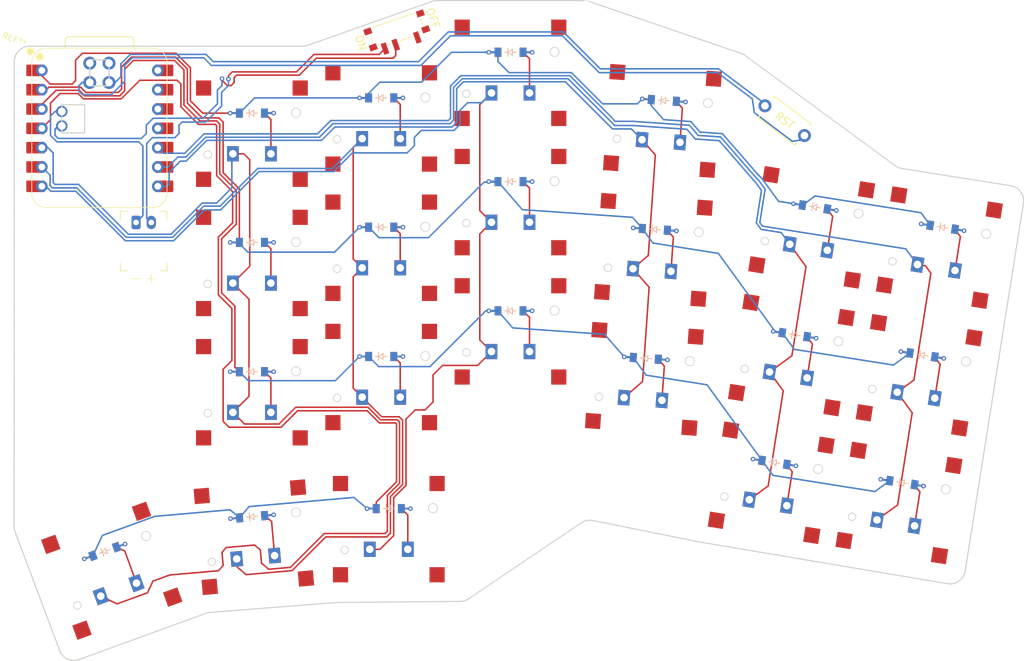
<source format=kicad_pcb>
(kicad_pcb (version 20240108) (generator "pcbnew") (generator_version "8.0")
  (title_block (title "right") (date "2025-07-13") (rev "v1.0.0") (company "Unknown"))
  (layers (0 "F.Cu" signal) (31 "B.Cu" signal) (34 "B.Paste" user) (35 "F.Paste" user) (36 "B.SilkS" user "B.Silkscreen") (37 "F.SilkS" user "F.Silkscreen") (38 "B.Mask" user) (39 "F.Mask" user) (44 "Edge.Cuts" user))
  (net 0 "")
  (net 1 "P9")
  (net 2 "mirror_outer_bottom")
  (net 3 "mirror_outer_home")
  (net 4 "mirror_outer_top")
  (net 5 "P8")
  (net 6 "mirror_pinky_bottom")
  (net 7 "mirror_pinky_home")
  (net 8 "mirror_pinky_top")
  (net 9 "P7")
  (net 10 "mirror_ring_bottom")
  (net 11 "mirror_ring_home")
  (net 12 "mirror_ring_top")
  (net 13 "P6")
  (net 14 "mirror_middle_bottom")
  (net 15 "mirror_middle_home")
  (net 16 "mirror_middle_top")
  (net 17 "P5")
  (net 18 "mirror_index_bottom")
  (net 19 "mirror_index_home")
  (net 20 "mirror_index_top")
  (net 21 "P4")
  (net 22 "mirror_inner_bottom")
  (net 23 "mirror_inner_home")
  (net 24 "mirror_inner_top")
  (net 25 "mirror_near_thumb")
  (net 26 "mirror_home_thumb")
  (net 27 "mirror_far_thumb")
  (net 28 "P2")
  (net 29 "P1")
  (net 30 "P0")
  (net 31 "P3")
  (net 32 "P10")
  (net 33 "VCC33")
  (net 34 "VCC5")
  (net 35 "GND")
  (net 36 "RST")
  (net 37 "RAW")
  (net 38 "DIO")
  (net 39 "CLK")
  (net 40 "BAT_P")
  (footprint "CPG1316S01D02_mikeholscher" (layer "F.Cu") (at 200.07784 193.20814 -4)
    (property "Reference" "CPG1316" (hide yes))
    (property "Value" "CPG1316S01D02_mikeholscher" (hide yes))
    (fp_circle (center -5.799999 2.749999) (end -5.299999 2.749995) (stroke (width 0.1)) (fill none) (layer "Edge.Cuts"))
    (fp_circle (center 5.799999 -2.749999) (end 6.400003 -2.749998) (stroke (width 0.1)) (fill none) (layer "Edge.Cuts"))
  )
  (footprint "CPG1316S01D02_mikeholscher" (layer "F.Cu") (at 201.263697 176.249557 -4)
    (property "Reference" "CPG1316" (hide yes))
    (property "Value" "CPG1316S01D02_mikeholscher" (hide yes))
    (fp_circle (center -5.799999 2.749999) (end -5.299999 2.749995) (stroke (width 0.1)) (fill none) (layer "Edge.Cuts"))
    (fp_circle (center 5.799999 -2.749999) (end 6.400003 -2.749998) (stroke (width 0.1)) (fill none) (layer "Edge.Cuts"))
  )
  (footprint "CPG1316S01D02_mikeholscher" (layer "F.Cu") (at 164.284607 175.923296)
    (property "Reference" "CPG1316" (hide yes))
    (property "Value" "CPG1316S01D02_mikeholscher" (hide yes))
    (fp_circle (center -5.8 2.749998) (end -5.299998 2.75) (stroke (width 0.1)) (fill none) (layer "Edge.Cuts"))
    (fp_circle (center 5.8 -2.749998) (end 6.400003 -2.75) (stroke (width 0.1)) (fill none) (layer "Edge.Cuts"))
  )
  (footprint "ceoloide:power_switch_smd_side" (layer "F.Cu") (at 166.339858 164.361987 109)
    (property "Reference" "PWR1" (hide yes))
    (property "Value" "")
  )
  (footprint "CPG1316S01D02_mikeholscher" (layer "F.Cu") (at 218.230244 207.035183 -9)
    (property "Reference" "CPG1316" (hide yes))
    (property "Value" "CPG1316S01D02_mikeholscher" (hide yes))
    (fp_circle (center -5.800007 2.750001) (end -5.299996 2.75) (stroke (width 0.1)) (fill none) (layer "Edge.Cuts"))
    (fp_circle (center 5.800007 -2.750001) (end 6.4 -2.749999) (stroke (width 0.1)) (fill none) (layer "Edge.Cuts"))
  )
  (footprint "ceoloide:diode_tht_sod123" (layer "F.Cu") (at 215.993227 221.159119 -9)
    (property "Reference" "D4" (hide yes))
    (property "Value" "")
  )
  (footprint "CPG1316S01D02_mikeholscher" (layer "F.Cu") (at 147.544917 230.981621 5)
    (property "Reference" "CPG1316" (hide yes))
    (property "Value" "CPG1316S01D02_mikeholscher" (hide yes))
    (fp_circle (center -5.800002 2.750002) (end -5.299998 2.750001) (stroke (width 0.1)) (fill none) (layer "Edge.Cuts"))
    (fp_circle (center 5.800002 -2.750002) (end 6.400002 -2.75) (stroke (width 0.1)) (fill none) (layer "Edge.Cuts"))
  )
  (footprint "ceoloide:diode_tht_sod123" (layer "F.Cu") (at 181.284605 201.223293)
    (property "Reference" "D10" (hide yes))
    (property "Value" "")
  )
  (footprint "CPG1316S01D02_mikeholscher" (layer "F.Cu") (at 181.284608 203.923294)
    (property "Reference" "CPG1316" (hide yes))
    (property "Value" "CPG1316S01D02_mikeholscher" (hide yes))
    (fp_circle (center -5.8 2.749998) (end -5.299998 2.75) (stroke (width 0.1)) (fill none) (layer "Edge.Cuts"))
    (fp_circle (center 5.8 -2.749998) (end 6.400003 -2.75) (stroke (width 0.1)) (fill none) (layer "Edge.Cuts"))
  )
  (footprint "CPG1316S01D02_mikeholscher" (layer "F.Cu") (at 165.284606 229.923298)
    (property "Reference" "CPG1316" (hide yes))
    (property "Value" "CPG1316S01D02_mikeholscher" (hide yes))
    (fp_circle (center -5.8 2.749998) (end -5.299998 2.75) (stroke (width 0.1)) (fill none) (layer "Edge.Cuts"))
    (fp_circle (center 5.8 -2.749998) (end 6.400003 -2.75) (stroke (width 0.1)) (fill none) (layer "Edge.Cuts"))
  )
  (footprint "CPG1316S01D02_mikeholscher" (layer "F.Cu") (at 128.852602 235.393 20)
    (property "Reference" "CPG1316" (hide yes))
    (property "Value" "CPG1316S01D02_mikeholscher" (hide yes))
    (fp_circle (center -5.799998 2.750001) (end -5.300002 2.749996) (stroke (width 0.1)) (fill none) (layer "Edge.Cuts"))
    (fp_circle (center 5.799998 -2.750001) (end 6.400001 -2.750002) (stroke (width 0.1)) (fill none) (layer "Edge.Cuts"))
  )
  (footprint "CPG1316S01D02_mikeholscher" (layer "F.Cu") (at 198.891977 210.166733 -4)
    (property "Reference" "CPG1316" (hide yes))
    (property "Value" "CPG1316S01D02_mikeholscher" (hide yes))
    (fp_circle (center -5.799999 2.749999) (end -5.299999 2.749995) (stroke (width 0.1)) (fill none) (layer "Edge.Cuts"))
    (fp_circle (center 5.799999 -2.749999) (end 6.400003 -2.749998) (stroke (width 0.1)) (fill none) (layer "Edge.Cuts"))
  )
  (footprint "ceoloide:diode_tht_sod123" (layer "F.Cu") (at 165.284607 227.223295)
    (property "Reference" "D19" (hide yes))
    (property "Value" "")
  )
  (footprint "ceoloide:diode_tht_sod123" (layer "F.Cu") (at 164.284606 190.223293)
    (property "Reference" "D14" (hide yes))
    (property "Value" "")
  )
  (footprint "CPG1316S01D02_mikeholscher" (layer "F.Cu") (at 220.889625 190.244474 -9)
    (property "Reference" "CPG1316" (hide yes))
    (property "Value" "CPG1316S01D02_mikeholscher" (hide yes))
    (fp_circle (center -5.800007 2.750001) (end -5.299996 2.75) (stroke (width 0.1)) (fill none) (layer "Edge.Cuts"))
    (fp_circle (center 5.800007 -2.750001) (end 6.4 -2.749999) (stroke (width 0.1)) (fill none) (layer "Edge.Cuts"))
  )
  (footprint "ceoloide:diode_tht_sod123" (layer "F.Cu") (at 200.266181 190.514722 -4)
    (property "Reference" "D8" (hide yes))
    (property "Value" "")
  )
  (footprint "CPG1316S01D02_mikeholscher" (layer "F.Cu") (at 235.020943 209.694563 -9)
    (property "Reference" "CPG1316" (hide yes))
    (property "Value" "CPG1316S01D02_mikeholscher" (hide yes))
    (fp_circle (center -5.800007 2.750001) (end -5.299996 2.75) (stroke (width 0.1)) (fill none) (layer "Edge.Cuts"))
    (fp_circle (center 5.800007 -2.750001) (end 6.4 -2.749999) (stroke (width 0.1)) (fill none) (layer "Edge.Cuts"))
  )
  (footprint "ceoloide:diode_tht_sod123" (layer "F.Cu") (at 201.45204 173.556126 -4)
    (property "Reference" "D9" (hide yes))
    (property "Value" "")
  )
  (footprint "CPG1316S01D02_mikeholscher" (layer "F.Cu") (at 181.284613 186.923297)
    (property "Reference" "CPG1316" (hide yes))
    (property "Value" "CPG1316S01D02_mikeholscher" (hide yes))
    (fp_circle (center -5.8 2.749998) (end -5.299998 2.75) (stroke (width 0.1)) (fill none) (layer "Edge.Cuts"))
    (fp_circle (center 5.8 -2.749998) (end 6.400003 -2.75) (stroke (width 0.1)) (fill none) (layer "Edge.Cuts"))
  )
  (footprint "ceoloide:diode_tht_sod123" (layer "F.Cu") (at 238.102705 190.237103 -9)
    (property "Reference" "D3" (hide yes))
    (property "Value" "")
  )
  (footprint "CPG1316S01D02_mikeholscher" (layer "F.Cu") (at 164.284607 192.923294)
    (property "Reference" "CPG1316" (hide yes))
    (property "Value" "CPG1316S01D02_mikeholscher" (hide yes))
    (fp_circle (center -5.8 2.749998) (end -5.299998 2.75) (stroke (width 0.1)) (fill none) (layer "Edge.Cuts"))
    (fp_circle (center 5.8 -2.749998) (end 6.400003 -2.75) (stroke (width 0.1)) (fill none) (layer "Edge.Cuts"))
  )
  (footprint "CPG1316S01D02_mikeholscher" (layer "F.Cu") (at 147.284609 194.923295)
    (property "Reference" "CPG1316" (hide yes))
    (property "Value" "CPG1316S01D02_mikeholscher" (hide yes))
    (fp_circle (center -5.8 2.749998) (end -5.299998 2.75) (stroke (width 0.1)) (fill none) (layer "Edge.Cuts"))
    (fp_circle (center 5.8 -2.749998) (end 6.400003 -2.75) (stroke (width 0.1)) (fill none) (layer "Edge.Cuts"))
  )
  (footprint "ceoloide:diode_tht_sod123" (layer "F.Cu") (at 164.284609 207.223293)
    (property "Reference" "D13" (hide yes))
    (property "Value" "")
  )
  (footprint "CPG1316S01D02_mikeholscher" (layer "F.Cu") (at 237.68033 192.903861 -9)
    (property "Reference" "CPG1316" (hide yes))
    (property "Value" "CPG1316S01D02_mikeholscher" (hide yes))
    (fp_circle (center -5.800007 2.750001) (end -5.299996 2.75) (stroke (width 0.1)) (fill none) (layer "Edge.Cuts"))
    (fp_circle (center 5.800007 -2.750001) (end 6.4 -2.749999) (stroke (width 0.1)) (fill none) (layer "Edge.Cuts"))
  )
  (footprint "CPG1316S01D02_mikeholscher" (layer "F.Cu") (at 147.284606 211.92329)
    (property "Reference" "CPG1316" (hide yes))
    (property "Value" "CPG1316S01D02_mikeholscher" (hide yes))
    (fp_circle (center -5.8 2.749998) (end -5.299998 2.75) (stroke (width 0.1)) (fill none) (layer "Edge.Cuts"))
    (fp_circle (center 5.8 -2.749998) (end 6.400003 -2.75) (stroke (width 0.1)) (fill none) (layer "Edge.Cuts"))
  )
  (footprint "ceoloide:reset_switch_tht_top" (layer "F.Cu") (at 217.340383 176.216543 -37)
    (property "Reference" "RST1" (hide yes))
    (property "Value" "")
  )
  (footprint "ceoloide:diode_tht_sod123" (layer "F.Cu") (at 147.309604 228.291895 5)
    (property "Reference" "D20" (hide yes))
    (property "Value" "")
  )
  (footprint "ceoloide:battery_connector_jst_ph_2" (layer "F.Cu") (at 133.050002 189.600002)
    (property "Reference" "JST1" (hide yes))
    (property "Value" "")
  )
  (footprint "XIAO-nRF52840-SMD" (layer "F.Cu") (at 127.284606 177.223293)
    (property "Reference" "REF**")
    (property "Value" "XIAO-nRF52840-SMD")
    (fp_line (start -5.000006 -3.099998) (end -1.999997 -3.100005) (stroke (width 0.15)) (layer "Edge.Cuts"))
    (fp_line (start -5.000002 -2.668496) (end -5.000006 -3.099998) (stroke (width 0.15)) (layer "Edge.Cuts"))
    (fp_line (start -5.000001 0.599998) (end -5.000003 0.136507) (stroke (width 0.15)) (layer "Edge.Cuts"))
    (fp_line (start -5 -0.763498) (end -5 -1.768499) (stroke (width 0.15)) (layer "Edge.Cuts"))
    (fp_line (start -1.999997 -3.100005) (end -1.999997 0.600004) (stroke (width 0.15)) (layer "Edge.Cuts"))
    (fp_line (start -1.999997 0.600004) (end -5.000001 0.599998) (stroke (width 0.15)) (layer "Edge.Cuts"))
    (fp_line (start -1.324999 -9.018502) (end 1.215001 -9.018498) (stroke (width 0.15)) (layer "Edge.Cuts"))
    (fp_line (start -1.324997 -6.478502) (end -1.324998 -8.118498) (stroke (width 0.15)) (layer "Edge.Cuts"))
    (fp_line (start 1.214995 -8.118498) (end 1.214997 -6.478502) (stroke (width 0.15)) (layer "Edge.Cuts"))
    (fp_line (start 1.214998 -5.578504) (end -1.325007 -5.578499) (stroke (width 0.15)) (layer "Edge.Cuts"))
    (fp_arc (start -5.000002 -2.668496) (mid -4.550002 -2.218498) (end -5 -1.768499) (stroke (width 0.15)) (layer "Edge.Cuts"))
    (fp_arc (start -5 -0.763498) (mid -4.550005 -0.313504) (end -5.000003 0.136507) (stroke (width 0.15)) (layer "Edge.Cuts"))
    (fp_arc (start -1.324999 -9.018502) (mid -0.874992 -8.568498) (end -1.324998 -8.118498) (stroke (width 0.15)) (layer "Edge.Cuts"))
    (fp_arc (start -1.324997 -6.478502) (mid -0.875002 -6.028495) (end -1.325007 -5.578499) (stroke (width 0.15)) (layer "Edge.Cuts"))
    (fp_arc (start 1.214995 -8.118498) (mid 0.765008 -8.568499) (end 1.215001 -9.018498) (stroke (width 0.15)) (layer "Edge.Cuts"))
    (fp_arc (start 1.214998 -5.578504) (mid 0.765005 -6.028497) (end 1.214997 -6.478502) (stroke (width 0.15)) (layer "Edge.Cuts"))
  )
  (footprint "ceoloide:diode_tht_sod123" (layer "F.Cu") (at 181.284609 167.22329)
    (property "Reference" "D12" (hide yes))
    (property "Value" "")
  )
  (footprint "ceoloide:diode_tht_sod123" (layer "F.Cu") (at 147.284603 192.2233)
    (property "Reference" "D17" (hide yes))
    (property "Value" "")
  )
  (footprint "ceoloide:diode_tht_sod123" (layer "F.Cu") (at 127.929142 232.855831 20)
    (property "Reference" "D21" (hide yes))
    (property "Value" "")
  )
  (footprint "CPG1316S01D02_mikeholscher" (layer "F.Cu") (at 164.28461 209.923293)
    (property "Reference" "CPG1316" (hide yes))
    (property "Value" "CPG1316S01D02_mikeholscher" (hide yes))
    (fp_circle (center -5.8 2.749998) (end -5.299998 2.75) (stroke (width 0.1)) (fill none) (layer "Edge.Cuts"))
    (fp_circle (center 5.8 -2.749998) (end 6.400003 -2.75) (stroke (width 0.1)) (fill none) (layer "Edge.Cuts"))
  )
  (footprint "CPG1316S01D02_mikeholscher" (layer "F.Cu") (at 147.284606 177.923297)
    (property "Reference" "CPG1316" (hide yes))
    (property "Value" "CPG1316S01D02_mikeholscher" (hide yes))
    (fp_circle (center -5.8 2.749998) (end -5.299998 2.75) (stroke (width 0.1)) (fill none) (layer "Edge.Cuts"))
    (fp_circle (center 5.8 -2.749998) (end 6.400003 -2.75) (stroke (width 0.1)) (fill none) (layer "Edge.Cuts"))
  )
  (footprint "CPG1316S01D02_mikeholscher" (layer "F.Cu") (at 181.284604 169.923294)
    (property "Reference" "CPG1316" (hide yes))
    (property "Value" "CPG1316S01D02_mikeholscher" (hide yes))
    (fp_circle (center -5.8 2.749998) (end -5.299998 2.75) (stroke (width 0.1)) (fill none) (layer "Edge.Cuts"))
    (fp_circle (center 5.8 -2.749998) (end 6.400003 -2.75) (stroke (width 0.1)) (fill none) (layer "Edge.Cuts"))
  )
  (footprint "ceoloide:diode_tht_sod123" (layer "F.Cu") (at 232.783933 223.818507 -9)
    (property "Reference" "D1" (hide yes))
    (property "Value" "")
  )
  (footprint "ceoloide:diode_tht_sod123" (layer "F.Cu") (at 199.080319 207.473307 -4)
    (property "Reference" "D7" (hide yes))
    (property "Value" "")
  )
  (footprint "ceoloide:diode_tht_sod123" (layer "F.Cu") (at 147.284608 175.223297)
    (property "Reference" "D18" (hide yes))
    (property "Value" "")
  )
  (footprint "ceoloide:diode_tht_sod123" (layer "F.Cu") (at 221.312002 187.577719 -9)
    (property "Reference" "D6" (hide yes))
    (property "Value" "")
  )
  (footprint "ceoloide:diode_tht_sod123" (layer "F.Cu") (at 164.284605 173.223293)
    (property "Reference" "D15" (hide yes))
    (property "Value" "")
  )
  (footprint "ceoloide:diode_tht_sod123" (layer "F.Cu") (at 181.284608 184.223298)
    (property "Reference" "D11" (hide yes))
    (property "Value" "")
  )
  (footprint "CPG1316S01D02_mikeholscher" (layer "F.Cu") (at 215.570861 223.825881 -9)
    (property "Reference" "CPG1316" (hide yes))
    (property "Value" "CPG1316S01D02_mikeholscher" (hide yes))
    (fp_circle (center -5.800007 2.750001) (end -5.299996 2.75) (stroke (width 0.1)) (fill none) (layer "Edge.Cuts"))
    (fp_circle (center 5.800007 -2.750001) (end 6.4 -2.749999) (stroke (width 0.1)) (fill none) (layer "Edge.Cuts"))
  )
  (footprint "ceoloide:diode_tht_sod123" (layer "F.Cu") (at 218.652611 204.368417 -9)
    (property "Reference" "D5" (hide yes))
    (property "Value" "")
  )
  (footprint "ceoloide:diode_tht_sod123" (layer "F.Cu") (at 235.443316 207.027804 -9)
    (property "Reference" "D2" (hide yes))
    (property "Value" "")
  )
  (footprint "ceoloide:diode_tht_sod123" (layer "F.Cu") (at 147.284605 209.223299)
    (property "Reference" "D16" (hide yes))
    (property "Value" "")
  )
  (footprint "CPG1316S01D02_mikeholscher" (layer "F.Cu") (at 232.36156 226.485265 -9)
    (property "Reference" "CPG1316" (hide yes))
    (property "Value" "CPG1316S01D02_mikeholscher" (hide yes))
    (fp_circle (center -5.800007 2.750001) (end -5.299996 2.75) (stroke (width 0.1)) (fill none) (layer "Edge.Cuts"))
    (fp_circle (center 5.800007 -2.750001) (end 6.4 -2.749999) (stroke (width 0.1)) (fill none) (layer "Edge.Cuts"))
  )
  (gr_line (start 231.861087 182.138028) (end 212.149232 167.651934) (stroke (width 0.15)) (layer "Edge.Cuts"))
  (gr_line (start 170.961551 160.537315) (end 154.607664 166.309272) (stroke (width 0.15)) (layer "Edge.Cuts"))
  (gr_arc (start 232.732573 182.501792) (mid 232.275046 182.372094) (end 231.861087 182.138028) (stroke (width 0.15)) (layer "Edge.Cuts"))
  (gr_line (start 116.14661 230.295189) (end 122.00845 245.887806) (stroke (width 0.15)) (layer "Edge.Cuts"))
  (gr_line (start 206.244464 231.635025) (end 238.761382 237.098153) (stroke (width 0.15)) (layer "Edge.Cuts"))
  (gr_arc (start 116.146609 230.295189) (mid 116.050847 229.94866) (end 116.018692 229.590585) (stroke (width 0.15)) (layer "Edge.Cuts"))
  (gr_arc (start 247.067962 184.772297) (mid 248.373135 185.572108) (end 248.730471 187.060548) (stroke (width 0.15)) (layer "Edge.Cuts"))
  (gr_arc (start 141.242991 240.99295) (mid 141.502622 240.917876) (end 141.770007 240.878515) (stroke (width 0.15)) (layer "Edge.Cuts"))
  (gr_line (start 211.611721 167.371033) (end 191.599106 160.530789) (stroke (width 0.15)) (layer "Edge.Cuts"))
  (gr_arc (start 116.043789 168.422477) (mid 116.629874 167.008805) (end 118.043791 166.423293) (stroke (width 0.15)) (layer "Edge.Cuts"))
  (gr_line (start 241.068127 235.438666) (end 248.730471 187.060548) (stroke (width 0.15)) (layer "Edge.Cuts"))
  (gr_arc (start 211.611721 167.371033) (mid 211.891187 167.490989) (end 212.149232 167.651934) (stroke (width 0.15)) (layer "Edge.Cuts"))
  (gr_arc (start 190.591079 229.09143) (mid 191.317569 228.788004) (end 192.104878 228.788485) (stroke (width 0.15)) (layer "Edge.Cuts"))
  (gr_arc (start 175.783677 239.086419) (mid 175.258294 239.338624) (end 174.682509 239.428646) (stroke (width 0.15)) (layer "Edge.Cuts"))
  (gr_line (start 158.404582 239.573292) (end 174.682509 239.428646) (stroke (width 0.15)) (layer "Edge.Cuts"))
  (gr_line (start 118.043791 166.423293) (end 153.942023 166.423298) (stroke (width 0.15)) (layer "Edge.Cuts"))
  (gr_arc (start 124.564568 247.063403) (mid 123.044824 247.00108) (end 122.00845 245.887806) (stroke (width 0.15)) (layer "Edge.Cuts"))
  (gr_arc (start 241.068127 235.438666) (mid 240.260737 236.749343) (end 238.761382 237.098153) (stroke (width 0.15)) (layer "Edge.Cuts"))
  (gr_arc (start 158.265323 239.579387) (mid 158.334899 239.575126) (end 158.404582 239.573292) (stroke (width 0.15)) (layer "Edge.Cuts"))
  (gr_line (start 175.783677 239.086419) (end 190.591079 229.09143) (stroke (width 0.15)) (layer "Edge.Cuts"))
  (gr_line (start 116.043789 168.422477) (end 116.018692 229.590585) (stroke (width 0.15)) (layer "Edge.Cuts"))
  (gr_line (start 192.104878 228.788485) (end 206.180991 231.623305) (stroke (width 0.15)) (layer "Edge.Cuts"))
  (gr_arc (start 206.244464 231.635025) (mid 206.21268 231.62942) (end 206.180991 231.623305) (stroke (width 0.15)) (layer "Edge.Cuts"))
  (gr_arc (start 154.607664 166.309272) (mid 154.279691 166.394582) (end 153.942023 166.423298) (stroke (width 0.15)) (layer "Edge.Cuts"))
  (gr_line (start 247.067962 184.772297) (end 232.732573 182.501792) (stroke (width 0.15)) (layer "Edge.Cuts"))
  (gr_arc (start 170.961551 160.537315) (mid 171.289524 160.452002) (end 171.627192 160.4233) (stroke (width 0.15)) (layer "Edge.Cuts"))
  (gr_line (start 124.564568 247.063403) (end 141.24299 240.992952) (stroke (width 0.15)) (layer "Edge.Cuts"))
  (gr_arc (start 190.952247 160.423298) (mid 191.28089 160.443279) (end 191.596629 160.53663) (stroke (width 0.05)) (layer "Edge.Cuts"))
  (gr_line (start 141.770007 240.878515) (end 158.265323 239.579387) (stroke (width 0.15)) (layer "Edge.Cuts"))
  (gr_line (start 190.952248 160.423297) (end 171.627192 160.4233) (stroke (width 0.15)) (layer "Edge.Cuts"))
  (segment (start 234.332858 210.325591) (end 232.137175 211.920846) (width 0.2) (layer "F.Cu") (net 1))
  (segment (start 234.796558 195.130142) (end 235.850021 195.296998) (width 0.2) (layer "F.Cu") (net 1))
  (segment (start 236.558668 196.272371) (end 234.332858 210.325591) (width 0.2) (layer "F.Cu") (net 1))
  (segment (start 235.850021 195.296998) (end 236.558668 196.272371) (width 0.2) (layer "F.Cu") (net 1))
  (segment (start 229.477785 228.711546) (end 232.188324 226.742225) (width 0.2) (layer "F.Cu") (net 1))
  (segment (start 232.188324 226.742225) (end 234.106495 214.631386) (width 0.2) (layer "F.Cu") (net 1))
  (segment (start 234.106495 214.631386) (end 232.137175 211.920846) (width 0.2) (layer "F.Cu") (net 1))
  (segment (start 213.648997 183.801003) (end 213.649753 183.801003) (width 0.2) (layer "B.Cu") (net 1))
  (segment (start 155.900001 177.949999) (end 157.649998 176.200002) (width 0.2) (layer "B.Cu") (net 1))
  (segment (start 233.269389 193.068363) (end 234.763561 195.124919) (width 0.2) (layer "B.Cu") (net 1))
  (segment (start 189.600001 170.800002) (end 194.556745 175.756744) (width 0.2) (layer "B.Cu") (net 1))
  (segment (start 189.100001 170.299997) (end 189.600001 170.800002) (width 0.2) (layer "B.Cu") (net 1))
  (segment (start 157.649998 176.200002) (end 172.850001 176.200002) (width 0.2) (layer "B.Cu") (net 1))
  (segment (start 214.420034 190.082918) (end 233.269389 193.068363) (width 0.2) (layer "B.Cu") (net 1))
  (segment (start 174.750001 170.299999) (end 174.625 170.425) (width 0.2) (layer "B.Cu") (net 1))
  (segment (start 208.9173 178.357803) (end 213.648997 183.801003) (width 0.2) (layer "B.Cu") (net 1))
  (segment (start 197.349999 176.300002) (end 204.818534 176.822253) (width 0.2) (layer "B.Cu") (net 1))
  (segment (start 173.4 171.65) (end 174.625 170.425) (width 0.2) (layer "B.Cu") (net 1))
  (segment (start 175.45 170.299999) (end 174.750001 170.299999) (width 0.2) (layer "B.Cu") (net 1))
  (segment (start 213.649753 183.801003) (end 213.949375 184.100625) (width 0.2) (layer "B.Cu") (net 1))
  (segment (start 140.900002 178.050002) (end 141 177.950001) (width 0.2) (layer "B.Cu") (net 1))
  (segment (start 173.4 172.000002) (end 173.4 171.65) (width 0.2) (layer "B.Cu") (net 1))
  (segment (start 139.186705 179.763295) (end 139.186706 179.763296) (width 0.2) (layer "B.Cu") (net 1))
  (segment (start 195.027631 176.298435) (end 195.050002 176.299999) (width 0.2) (layer "B.Cu") (net 1))
  (segment (start 139.186705 179.763295) (end 140.900002 178.050002) (width 0.2) (layer "B.Cu") (net 1))
  (segment (start 234.763561 195.124919) (end 234.796558 195.13014) (width 0.2) (layer "B.Cu") (net 1))
  (segment (start 195.050002 176.299999) (end 197.349999 176.300002) (width 0.2) (layer "B.Cu") (net 1))
  (segment (start 175.45 170.299999) (end 189.100001 170.299997) (width 0.2) (layer "B.Cu") (net 1))
  (segment (start 135.641311 180.500001) (end 134.904606 179.763296) (width 0.2) (layer "B.Cu") (net 1))
  (segment (start 173.100001 176.199999) (end 173.399999 175.900001) (width 0.2) (layer "B.Cu") (net 1))
  (segment (start 205.974485 178.152022) (end 208.9173 178.357803) (width 0.2) (layer "B.Cu") (net 1))
  (segment (start 214.074491 189.607323) (end 214.420034 190.082918) (width 0.2) (layer "B.Cu") (net 1))
  (segment (start 172.850001 176.200002) (end 173.100001 176.199999) (width 0.2) (layer "B.Cu") (net 1))
  (segment (start 173.399999 175.900001) (end 173.4 172.000002) (width 0.2) (layer "B.Cu") (net 1))
  (segment (start 213.949375 184.100625) (end 214.768173 185.227605) (width 0.2) (layer "B.Cu") (net 1))
  (segment (start 214.768173 185.227605) (end 214.074491 189.607323) (width 0.2) (layer "B.Cu") (net 1))
  (segment (start 141 177.950001) (end 155.900001 177.949999) (width 0.2) (layer "B.Cu") (net 1))
  (segment (start 138.449999 180.5) (end 135.641311 180.500001) (width 0.2) (layer "B.Cu") (net 1))
  (segment (start 139.186706 179.763296) (end 138.449999 180.5) (width 0.2) (layer "B.Cu") (net 1))
  (segment (start 194.556745 175.756744) (end 195.027631 176.298435) (width 0.2) (layer "B.Cu") (net 1))
  (segment (start 204.818534 176.822253) (end 205.974485 178.152022) (width 0.2) (layer "B.Cu") (net 1))
  (segment (start 234.416224 229.493721) (end 235.120181 225.049127) (width 0.2) (layer "F.Cu") (net 2))
  (segment (start 234.413612 224.076619) (end 235.598844 224.264349) (width 0.25) (layer "F.Cu") (net 2))
  (segment (start 235.120181 225.049127) (end 234.413615 224.076621) (width 0.2) (layer "F.Cu") (net 2))
  (via (at 235.598844 224.264349) (size 0.6) (drill 0.3) (layers "F.Cu" "B.Cu") (net 2))
  (segment (start 235.598844 224.264349) (end 234.413612 224.076619) (width 0.25) (layer "B.Cu") (net 2))
  (segment (start 237.779571 208.258421) (end 237.073004 207.285914) (width 0.2) (layer "F.Cu") (net 3))
  (segment (start 237.075617 212.703024) (end 237.779571 208.258421) (width 0.2) (layer "F.Cu") (net 3))
  (segment (start 237.073004 207.28592) (end 238.258226 207.473644) (width 0.25) (layer "F.Cu") (net 3))
  (via (at 238.258226 207.473644) (size 0.6) (drill 0.3) (layers "F.Cu" "B.Cu") (net 3))
  (segment (start 238.258226 207.473644) (end 237.073004 207.28592) (width 0.25) (layer "B.Cu") (net 3))
  (segment (start 239.734997 195.91232) (end 240.438955 191.467721) (width 0.2) (layer "F.Cu") (net 4))
  (segment (start 240.438955 191.467721) (end 239.732393 190.495219) (width 0.2) (layer "F.Cu") (net 4))
  (segment (start 239.732392 190.49522) (end 240.917613 190.682941) (width 0.25) (layer "F.Cu") (net 4))
  (via (at 240.917613 190.682941) (size 0.6) (drill 0.3) (layers "F.Cu" "B.Cu") (net 4))
  (segment (start 240.917613 190.682941) (end 239.732392 190.49522) (width 0.25) (layer "B.Cu") (net 4))
  (segment (start 217.149542 211.743174) (end 215.346467 209.26146) (width 0.2) (layer "F.Cu") (net 5))
  (segment (start 220.14143 195.410122) (end 218.285831 207.125895) (width 0.2) (layer "F.Cu") (net 5))
  (segment (start 215.1688 224.249098) (end 217.149542 211.743174) (width 0.2) (layer "F.Cu") (net 5))
  (segment (start 218.005852 192.470758) (end 220.14143 195.410122) (width 0.2) (layer "F.Cu") (net 5))
  (segment (start 212.687083 226.052159) (end 215.1688 224.249098) (width 0.2) (layer "F.Cu") (net 5))
  (segment (start 218.285831 207.125895) (end 215.346467 209.26146) (width 0.2) (layer "F.Cu") (net 5))
  (segment (start 156.15 178.4) (end 156.2 178.350004) (width 0.2) (layer "B.Cu") (net 5))
  (segment (start 138.775 180.825001) (end 141.200001 178.400002) (width 0.2) (layer "B.Cu") (net 5))
  (segment (start 175.350001 170.699999) (end 174.950001 170.699999) (width 0.2) (layer "B.Cu") (net 5))
  (segment (start 205.590462 178.626391) (end 208.732786 178.846124) (width 0.2) (layer "B.Cu") (net 5))
  (segment (start 136.199999 182.303294) (end 136.246701 182.303295) (width 0.2) (layer "B.Cu") (net 5))
  (segment (start 208.732786 178.846124) (end 213.255851 184.049313) (width 0.2) (layer "B.Cu") (net 5))
  (segment (start 216.885743 190.929058) (end 218.005852 192.470755) (width 0.2) (layer "B.Cu") (net 5))
  (segment (start 138.6 180.999998) (end 138.775 180.825001) (width 0.2) (layer "B.Cu") (net 5))
  (segment (start 205.404898 178.412928) (end 205.590462 178.626391) (width 0.2) (layer "B.Cu") (net 5))
  (segment (start 173.350001 176.599997) (end 173.8 176.149997) (width 0.2) (layer "B.Cu") (net 5))
  (segment (start 213.603778 184.449556) (end 214.286878 185.389762) (width 0.2) (layer "B.Cu") (net 5))
  (segment (start 173.800002 171.849998) (end 173.800002 172.249998) (width 0.2) (layer "B.Cu") (net 5))
  (segment (start 213.255851 184.049313) (end 213.325435 184.12936) (width 0.2) (layer "B.Cu") (net 5))
  (segment (start 156.2 178.350004) (end 157.950002 176.600003) (width 0.2) (layer "B.Cu") (net 5))
  (segment (start 137.549999 180.999999) (end 138.6 180.999998) (width 0.2) (layer "B.Cu") (net 5))
  (segment (start 214.235376 190.509283) (end 216.885743 190.929058) (width 0.2) (layer "B.Cu") (net 5))
  (segment (start 173.8 176.149997) (end 173.800002 172.249998) (width 0.2) (layer "B.Cu") (net 5))
  (segment (start 141.200001 178.400002) (end 156.15 178.4) (width 0.2) (layer "B.Cu") (net 5))
  (segment (start 134.904608 182.303295) (end 136.199999 182.303294) (width 0.2) (layer "B.Cu") (net 5))
  (segment (start 195.000001 176.849999) (end 197.349999 176.850001) (width 0.2) (layer "B.Cu") (net 5))
  (segment (start 157.950002 176.600003) (end 173.250001 176.600002) (width 0.2) (layer "B.Cu") (net 5))
  (segment (start 188.850001 170.699999) (end 191.45 173.299998) (width 0.2) (layer "B.Cu") (net 5))
  (segment (start 175.350001 170.699999) (end 188.850001 170.699999) (width 0.2) (layer "B.Cu") (net 5))
  (segment (start 173.250001 176.600002) (end 173.350001 176.599997) (width 0.2) (layer "B.Cu") (net 5))
  (segment (start 214.286878 185.389762) (end 213.611934 189.65119) (width 0.2) (layer "B.Cu") (net 5))
  (segment (start 197.349999 176.850001) (end 204.479655 177.348555) (width 0.2) (layer "B.Cu") (net 5))
  (segment (start 213.611934 189.65119) (end 214.235376 190.509283) (width 0.2) (layer "B.Cu") (net 5))
  (segment (start 191.45 173.299998) (end 195.000001 176.849999) (width 0.2) (layer "B.Cu") (net 5))
  (segment (start 204.479655 177.348555) (end 205.404898 178.412928) (width 0.2) (layer "B.Cu") (net 5))
  (segment (start 136.246701 182.303295) (end 137.549999 180.999999) (width 0.2) (layer "B.Cu") (net 5))
  (segment (start 213.255851 184.049313) (end 213.603778 184.449556) (width 0.2) (layer "B.Cu") (net 5))
  (segment (start 174.950001 170.699999) (end 173.800002 171.849998) (width 0.2) (layer "B.Cu") (net 5))
  (segment (start 218.329478 222.389742) (end 217.622914 221.417237) (width 0.2) (layer "F.Cu") (net 6))
  (segment (start 217.62291 221.41724) (end 218.808148 221.604961) (width 0.25) (layer "F.Cu") (net 6))
  (segment (start 217.625522 226.834341) (end 218.329478 222.389742) (width 0.2) (layer "F.Cu") (net 6))
  (via (at 218.808148 221.604961) (size 0.6) (drill 0.3) (layers "F.Cu" "B.Cu") (net 6))
  (segment (start 218.808148 221.604961) (end 217.62291 221.41724) (width 0.25) (layer "B.Cu") (net 6))
  (segment (start 220.282299 204.626538) (end 221.467535 204.814258) (width 0.25) (layer "F.Cu") (net 7))
  (segment (start 220.284914 210.04364) (end 220.988869 205.599037) (width 0.2) (layer "F.Cu") (net 7))
  (segment (start 220.988869 205.599037) (end 220.282301 204.626538) (width 0.2) (layer "F.Cu") (net 7))
  (via (at 221.467535 204.814258) (size 0.6) (drill 0.3) (layers "F.Cu" "B.Cu") (net 7))
  (segment (start 221.467535 204.814258) (end 220.282299 204.626538) (width 0.25) (layer "B.Cu") (net 7))
  (segment (start 223.64825 188.808333) (end 222.941692 187.835839) (width 0.2) (layer "F.Cu") (net 8))
  (segment (start 222.941692 187.83584) (end 224.126909 188.023561) (width 0.25) (layer "F.Cu") (net 8))
  (segment (start 222.944298 193.252935) (end 223.64825 188.808333) (width 0.2) (layer "F.Cu") (net 8))
  (via (at 224.126909 188.023561) (size 0.6) (drill 0.3) (layers "F.Cu" "B.Cu") (net 8))
  (segment (start 224.126909 188.023561) (end 222.941692 187.83584) (width 0.25) (layer "B.Cu") (net 8))
  (segment (start 199.407795 193.931137) (end 197.399071 195.677291) (width 0.2) (layer "F.Cu") (net 9))
  (segment (start 198.648862 210.518602) (end 196.213208 212.635882) (width 0.2) (layer "F.Cu") (net 9))
  (segment (start 197.399071 195.677291) (end 199.516352 198.112942) (width 0.2) (layer "F.Cu") (net 9))
  (segment (start 198.584934 178.71871) (end 200.331088 180.727429) (width 0.2) (layer "F.Cu") (net 9))
  (segment (start 200.331088 180.727429) (end 199.407795 193.931137) (width 0.2) (layer "F.Cu") (net 9))
  (segment (start 199.516352 198.112942) (end 198.648862 210.518602) (width 0.2) (layer "F.Cu") (net 9))
  (segment (start 175.75 171.099998) (end 188.499999 171.099996) (width 0.2) (layer "B.Cu") (net 9))
  (segment (start 158.2 177.05) (end 173.599999 177.050001) (width 0.2) (layer "B.Cu") (net 9))
  (segment (start 137.867156 181.532843) (end 138.632844 181.532843) (width 0.2) (layer "B.Cu") (net 9))
  (segment (start 173.599999 177.050001) (end 174.2 176.449998) (width 0.2) (layer "B.Cu") (net 9))
  (segment (start 156.449998 178.800002) (end 158.2 177.05) (width 0.2) (layer "B.Cu") (net 9))
  (segment (start 136.4 183.000001) (end 137.867156 181.532843) (width 0.2) (layer "B.Cu") (net 9))
  (segment (start 174.199999 172.349997) (end 174.207843 172.342153) (width 0.2) (layer "B.Cu") (net 9))
  (segment (start 174.207843 172.342153) (end 174.207843 172.007843) (width 0.2) (layer "B.Cu") (net 9))
  (segment (start 136.4 184.600001) (end 136.4 183.000001) (width 0.2) (layer "B.Cu") (net 9))
  (segment (start 175.115688 171.099998) (end 175.75 171.099998) (width 0.2) (layer "B.Cu") (net 9))
  (segment (start 194.7 177.300001) (end 197.166226 177.300002) (width 0.2) (layer "B.Cu") (net 9))
  (segment (start 188.499999 171.099996) (end 194.7 177.300001) (width 0.2) (layer "B.Cu") (net 9))
  (segment (start 174.2 176.449998) (end 174.199999 172.349997) (width 0.2) (layer "B.Cu") (net 9))
  (segment (start 136.156702 184.843297) (end 136.4 184.600001) (width 0.2) (layer "B.Cu") (net 9))
  (segment (start 141.365685 178.8) (end 156.449998 178.800002) (width 0.2) (layer "B.Cu") (net 9))
  (segment (start 134.904604 184.843297) (end 135.397903 184.350002) (width 0.2) (layer "B.Cu") (net 9))
  (segment (start 134.904603 184.843298) (end 136.156702 184.843297) (width 0.2) (layer "B.Cu") (net 9))
  (segment (start 174.207843 172.007843) (end 175.115688 171.099998) (width 0.2) (layer "B.Cu") (net 9))
  (segment (start 138.632844 181.532843) (end 141.365685 178.8) (width 0.2) (layer "B.Cu") (net 9))
  (segment (start 197.166226 177.300002) (end 198.584932 178.718708) (width 0.2) (layer "B.Cu") (net 9))
  (segment (start 200.726297 207.588406) (end 201.923378 207.672115) (width 0.25) (layer "F.Cu") (net 10))
  (segment (start 201.201036 212.984671) (end 201.514935 208.495626) (width 0.2) (layer "F.Cu") (net 10))
  (segment (start 201.514935 208.495626) (end 200.726304 207.588404) (width 0.2) (layer "F.Cu") (net 10))
  (via (at 201.923378 207.672115) (size 0.6) (drill 0.3) (layers "F.Cu" "B.Cu") (net 10))
  (segment (start 201.923378 207.672115) (end 200.726297 207.588406) (width 0.25) (layer "B.Cu") (net 10))
  (segment (start 202.700799 191.537041) (end 201.912164 190.629817) (width 0.2) (layer "F.Cu") (net 11))
  (segment (start 202.386896 196.026075) (end 202.700799 191.537041) (width 0.2) (layer "F.Cu") (net 11))
  (segment (start 201.912162 190.629818) (end 203.109236 190.713525) (width 0.25) (layer "F.Cu") (net 11))
  (via (at 203.109236 190.713525) (size 0.6) (drill 0.3) (layers "F.Cu" "B.Cu") (net 11))
  (segment (start 203.109236 190.713525) (end 201.912162 190.629818) (width 0.25) (layer "B.Cu") (net 11))
  (segment (start 203.886662 174.578447) (end 203.098022 173.671223) (width 0.2) (layer "F.Cu") (net 12))
  (segment (start 203.098022 173.671226) (end 204.295098 173.754941) (width 0.25) (layer "F.Cu") (net 12))
  (segment (start 203.572754 179.06749) (end 203.886662 174.578447) (width 0.2) (layer "F.Cu") (net 12))
  (via (at 204.295098 173.754941) (size 0.6) (drill 0.3) (layers "F.Cu" "B.Cu") (net 12))
  (segment (start 204.295098 173.754941) (end 203.098022 173.671226) (width 0.25) (layer "B.Cu") (net 12))
  (segment (start 176.957903 208.399998) (end 178.784607 206.573294) (width 0.2) (layer "F.Cu") (net 13))
  (segment (start 171.099998 213.200002) (end 171.100002 209.65) (width 0.2) (layer "F.Cu") (net 13))
  (segment (start 165.925 230.775005) (end 165.925 225.79068) (width 0.2) (layer "F.Cu") (net 13))
  (segment (start 177.249996 205.038684) (end 177.250004 191.107899) (width 0.2) (layer "F.Cu") (net 13))
  (segment (start 167.55 223.85) (end 167.549999 215.449998) (width 0.2) (layer "F.Cu") (net 13))
  (segment (start 178.784606 189.5733) (end 177.249998 188.038686) (width 0.2) (layer "F.Cu") (net 13))
  (segment (start 178.784607 206.573294) (end 177.249996 205.038684) (width 0.2) (layer "F.Cu") (net 13))
  (segment (start 162.78461 232.573295) (end 164.126703 232.573295) (width 0.2) (layer "F.Cu") (net 13))
  (segment (start 177.249998 188.038686) (end 177.249994 174.107905) (width 0.2) (layer "F.Cu") (net 13))
  (segment (start 168.749997 214.249998) (end 170.049999 214.249999) (width 0.2) (layer "F.Cu") (net 13))
  (segment (start 167.549999 215.449998) (end 168.749997 214.249998) (width 0.2) (layer "F.Cu") (net 13))
  (segment (start 170.049999 214.249999) (end 171.099998 213.200002) (width 0.2) (layer "F.Cu") (net 13))
  (segment (start 165.925 225.79068) (end 167.55 224.16568) (width 0.2) (layer "F.Cu") (net 13))
  (segment (start 172.349995 208.399998) (end 176.957903 208.399998) (width 0.2) (layer "F.Cu") (net 13))
  (segment (start 164.126703 232.573295) (end 165.925 230.775005) (width 0.2) (layer "F.Cu") (net 13))
  (segment (start 171.100002 209.65) (end 172.349995 208.399998) (width 0.2) (layer "F.Cu") (net 13))
  (segment (start 177.249994 174.107905) (end 178.784607 172.573297) (width 0.2) (layer "F.Cu") (net 13))
  (segment (start 177.250004 191.107899) (end 178.784606 189.5733) (width 0.2) (layer "F.Cu") (net 13))
  (segment (start 167.55 224.16568) (end 167.55 223.85) (width 0.2) (layer "F.Cu") (net 13))
  (segment (start 174.65 175.15) (end 174.650002 176.707899) (width 0.2) (layer "B.Cu") (net 13))
  (segment (start 119.664602 184.84329) (end 120.19329 184.84329) (width 0.2) (layer "B.Cu") (net 13))
  (segment (start 130.092156 191.457844) (end 124.317155 185.682845) (width 0.2) (layer "B.Cu") (net 13))
  (segment (start 177.507895 173.850003) (end 177.05 173.850002) (width 0.2) (layer "B.Cu") (net 13))
  (segment (start 169.549998 177.499999) (end 168.649999 178.4) (width 0.2) (layer "B.Cu") (net 13))
  (segment (start 174.824999 174.674999) (end 174.65 174.849998) (width 0.2) (layer "B.Cu") (net 13))
  (segment (start 120.19329 184.84329) (end 120.85 185.5) (width 0.2) (layer "B.Cu") (net 13))
  (segment (start 177.507895 173.850002) (end 178.784604 172.573293) (width 0.2) (layer "B.Cu") (net 13))
  (segment (start 160.499997 180.450003) (end 158.050002 182.899998) (width 0.2) (layer "B.Cu") (net 13))
  (segment (start 148.215684 182.899999) (end 143.165686 187.95) (width 0.2) (layer "B.Cu") (net 13))
  (segment (start 173.857896 177.499998) (end 169.549998 177.499999) (width 0.2) (layer "B.Cu") (net 13))
  (segment (start 174.65 174.849998) (end 174.65 175.15) (width 0.2) (layer "B.Cu") (net 13))
  (segment (start 120.85 185.5) (end 124.13431 185.5) (width 0.2) (layer "B.Cu") (net 13))
  (segment (start 130.634312 192) (end 130.092156 191.457844) (width 0.2) (layer "B.Cu") (net 13))
  (segment (start 177.05 173.850002) (end 175.65 173.85) (width 0.2) (layer "B.Cu") (net 13))
  (segment (start 167.699998 180.449998) (end 161 180.450003) (width 0.2) (layer "B.Cu") (net 13))
  (segment (start 141.050001 187.950002) (end 137.55 191.45) (width 0.2) (layer "B.Cu") (net 13))
  (segment (start 174.650002 176.707899) (end 173.857896 177.499998) (width 0.2) (layer "B.Cu") (net 13))
  (segment (start 168.65 179.499997) (end 167.699998 180.449998) (width 0.2) (layer "B.Cu") (net 13))
  (segment (start 175.65 173.85) (end 174.824999 174.674999) (width 0.2) (layer "B.Cu") (net 13))
  (segment (start 137.55 191.45) (end 137 192) (width 0.2) (layer "B.Cu") (net 13))
  (segment (start 161 180.450003) (end 160.499997 180.450003) (width 0.2) (layer "B.Cu") (net 13))
  (segment (start 168.649999 178.4) (end 168.65 179.499997) (width 0.2) (layer "B.Cu") (net 13))
  (segment (start 177.05 173.850002) (end 177.507895 173.850002) (width 0.2) (layer "B.Cu") (net 13))
  (segment (start 124.13431 185.5) (end 124.317155 185.682845) (width 0.2) (layer "B.Cu") (net 13))
  (segment (start 158.050002 182.899998) (end 148.215684 182.899999) (width 0.2) (layer "B.Cu") (net 13))
  (segment (start 143.165686 187.95) (end 141.050001 187.950002) (width 0.2) (layer "B.Cu") (net 13))
  (segment (start 137 192) (end 130.634312 192) (width 0.2) (layer "B.Cu") (net 13))
  (segment (start 178.784603 172.573296) (end 177.507895 173.850003) (width 0.2) (layer "B.Cu") (net 13))
  (segment (start 182.934604 201.223296) (end 184.13461 201.223293) (width 0.25) (layer "F.Cu") (net 14))
  (segment (start 183.784609 206.573292) (end 183.784607 202.073294) (width 0.2) (layer "F.Cu") (net 14))
  (segment (start 183.784607 202.073294) (end 182.934603 201.223296) (width 0.2) (layer "F.Cu") (net 14))
  (via (at 184.13461 201.223293) (size 0.6) (drill 0.3) (layers "F.Cu" "B.Cu") (net 14))
  (segment (start 184.13461 201.223293) (end 182.934604 201.223296) (width 0.25) (layer "B.Cu") (net 14))
  (segment (start 182.934608 184.223295) (end 184.134603 184.223292) (width 0.25) (layer "F.Cu") (net 15))
  (segment (start 183.784606 185.0733) (end 182.934609 184.223297) (width 0.2) (layer "F.Cu") (net 15))
  (segment (start 183.784611 189.573298) (end 183.784606 185.0733) (width 0.2) (layer "F.Cu") (net 15))
  (via (at 184.134603 184.223292) (size 0.6) (drill 0.3) (layers "F.Cu" "B.Cu") (net 15))
  (segment (start 184.134603 184.223292) (end 182.934608 184.223295) (width 0.25) (layer "B.Cu") (net 15))
  (segment (start 183.784607 168.073294) (end 182.934606 167.223295) (width 0.2) (layer "F.Cu") (net 16))
  (segment (start 183.78461 172.573294) (end 183.784607 168.073294) (width 0.2) (layer "F.Cu") (net 16))
  (segment (start 182.934606 167.223295) (end 184.134609 167.2233) (width 0.25) (layer "F.Cu") (net 16))
  (via (at 184.134609 167.2233) (size 0.6) (drill 0.3) (layers "F.Cu" "B.Cu") (net 16))
  (segment (start 184.134609 167.2233) (end 182.934606 167.223295) (width 0.25) (layer "B.Cu") (net 16))
  (segment (start 152.573491 235.376508) (end 146.533515 235.904936) (width 0.2) (layer "F.Cu") (net 17))
  (segment (start 164.999999 230.950001) (end 157.000003 230.950001) (width 0.2) (layer "F.Cu") (net 17))
  (segment (start 167.100001 215.6) (end 167.100002 224.049998) (width 0.2) (layer "F.Cu") (net 17))
  (segment (start 161.78461 212.573297) (end 160.600004 211.388684) (width 0.2) (layer "F.Cu") (net 17))
  (segment (start 145.849996 234.404037) (end 145.285394 233.839428) (width 0.2) (layer "F.Cu") (net 17))
  (segment (start 166.649999 215.149999) (end 167.100001 215.6) (width 0.2) (layer "F.Cu") (net 17))
  (segment (start 167.100002 224.049998) (end 165.500001 225.649993) (width 0.2) (layer "F.Cu") (net 17))
  (segment (start 161.78461 212.573297) (end 164.36131 215.150002) (width 0.2) (layer "F.Cu") (net 17))
  (segment (start 145.285389 233.839429) (end 145.381536 234.93832) (width 0.2) (layer "F.Cu") (net 17))
  (segment (start 146.533515 235.904936) (end 146.40845 235.800001) (width 0.2) (layer "F.Cu") (net 17))
  (segment (start 160.599998 194.388688) (end 160.6 179.757903) (width 0.2) (layer "F.Cu") (net 17))
  (segment (start 145.381536 234.93832) (end 146.533515 235.904936) (width 0.2) (layer "F.Cu") (net 17))
  (segment (start 160.600004 211.388684) (end 160.600001 196.757902) (width 0.2) (layer "F.Cu") (net 17))
  (segment (start 160.600001 196.757902) (end 161.784608 195.573296) (width 0.2) (layer "F.Cu") (net 17))
  (segment (start 165.500001 230.450006) (end 164.999999 230.950001) (width 0.2) (layer "F.Cu") (net 17))
  (segment (start 161.784608 195.573296) (end 160.599998 194.388688) (width 0.2) (layer "F.Cu") (net 17))
  (segment (start 165.500001 225.649993) (end 165.500001 230.450006) (width 0.2) (layer "F.Cu") (net 17))
  (segment (start 160.6 179.757903) (end 161.78461 178.573299) (width 0.2) (layer "F.Cu") (net 17))
  (segment (start 164.36131 215.150002) (end 166.649999 215.149999) (width 0.2) (layer "F.Cu") (net 17))
  (segment (start 157.000003 230.950001) (end 152.573491 235.376508) (width 0.2) (layer "F.Cu") (net 17))
  (segment (start 157.857904 182.5) (end 148.049998 182.500001) (width 0.2) (layer "B.Cu") (net 17))
  (segment (start 148.049998 182.500001) (end 143.100001 187.45) (width 0.2) (layer "B.Cu") (net 17))
  (segment (start 161.784608 178.573295) (end 157.857904 182.5) (width 0.2) (layer "B.Cu") (net 17))
  (segment (start 120.75 184.749998) (end 120.75 183.388688) (width 0.2) (layer "B.Cu") (net 17))
  (segment (start 120.75 183.388688) (end 119.664605 182.303293) (width 0.2) (layer "B.Cu") (net 17))
  (segment (start 124.250003 185.049999) (end 121.050001 185.049999) (width 0.2) (layer "B.Cu") (net 17))
  (segment (start 121.050001 185.049999) (end 120.75 184.749998) (width 0.2) (layer "B.Cu") (net 17))
  (segment (start 136.850001 191.55) (end 130.749998 191.55) (width 0.2) (layer "B.Cu") (net 17))
  (segment (start 130.749998 191.55) (end 130.224999 191.025001) (width 0.2) (layer "B.Cu") (net 17))
  (segment (start 119.664608 182.303294) (end 120.203295 182.303295) (width 0.2) (layer "B.Cu") (net 17))
  (segment (start 143.100001 187.45) (end 140.95 187.449998) (width 0.2) (layer "B.Cu") (net 17))
  (segment (start 137.2 191.200001) (end 136.850001 191.55) (width 0.2) (layer "B.Cu") (net 17))
  (segment (start 140.95 187.449998) (end 137.2 191.200001) (width 0.2) (layer "B.Cu") (net 17))
  (segment (start 130.224999 191.025001) (end 124.250003 185.049999) (width 0.2) (layer "B.Cu") (net 17))
  (segment (start 165.934604 207.223295) (end 167.134608 207.223295) (width 0.25) (layer "F.Cu") (net 18))
  (segment (start 166.78461 208.073295) (end 165.934604 207.223295) (width 0.2) (layer "F.Cu") (net 18))
  (segment (start 166.784608 212.573298) (end 166.78461 208.073295) (width 0.2) (layer "F.Cu") (net 18))
  (via (at 167.134608 207.223295) (size 0.6) (drill 0.3) (layers "F.Cu" "B.Cu") (net 18))
  (segment (start 167.134608 207.223295) (end 165.934604 207.223295) (width 0.25) (layer "B.Cu") (net 18))
  (segment (start 165.934607 190.223302) (end 167.134609 190.223294) (width 0.25) (layer "F.Cu") (net 19))
  (segment (start 166.78461 195.5733) (end 166.784606 191.073298) (width 0.2) (layer "F.Cu") (net 19))
  (segment (start 166.784606 191.073298) (end 165.934607 190.223304) (width 0.2) (layer "F.Cu") (net 19))
  (via (at 167.134609 190.223294) (size 0.6) (drill 0.3) (layers "F.Cu" "B.Cu") (net 19))
  (segment (start 167.134609 190.223294) (end 165.934607 190.223302) (width 0.25) (layer "B.Cu") (net 19))
  (segment (start 165.934601 173.223298) (end 167.134611 173.223291) (width 0.25) (layer "F.Cu") (net 20))
  (segment (start 166.784608 178.573297) (end 166.784606 174.073299) (width 0.2) (layer "F.Cu") (net 20))
  (segment (start 166.784606 174.073299) (end 165.934603 173.2233) (width 0.2) (layer "F.Cu") (net 20))
  (via (at 167.134611 173.223291) (size 0.6) (drill 0.3) (layers "F.Cu" "B.Cu") (net 20))
  (segment (start 167.134611 173.223291) (end 165.934601 173.223298) (width 0.25) (layer "B.Cu") (net 20))
  (segment (start 164.195625 215.550001) (end 166.400002 215.549998) (width 0.2) (layer "F.Cu") (net 21))
  (segment (start 146.311309 216.100004) (end 150.85 216.100008) (width 0.2) (layer "F.Cu") (net 21))
  (segment (start 147 195.357905) (end 144.784606 197.573298) (width 0.2) (layer "F.Cu") (net 21))
  (segment (start 149.501984 235.199166) (end 148.544168 234.395469) (width 0.2) (layer "F.Cu") (net 21))
  (segment (start 136.483974 235.952511) (end 134.270461 236.758161) (width 0.2) (layer "F.Cu") (net 21))
  (segment (start 143.89757 232.342636) (end 143.352147 232.992644) (width 0.2) (layer "F.Cu") (net 21))
  (segment (start 146.900002 212.457904) (end 144.784604 214.573294) (width 0.2) (layer "F.Cu") (net 21))
  (segment (start 147.6333 232.0158) (end 143.89757 232.342636) (width 0.2) (layer "F.Cu") (net 21))
  (segment (start 166.700006 215.849997) (end 166.700005 223.884313) (width 0.2) (layer "F.Cu") (net 21))
  (segment (start 156.800002 230.500005) (end 152.350001 234.950001) (width 0.2) (layer "F.Cu") (net 21))
  (segment (start 148.391641 232.652131) (end 147.6333 232.0158) (width 0.2) (layer "F.Cu") (net 21))
  (segment (start 144.784604 214.573294) (end 146.311309 216.100004) (width 0.2) (layer "F.Cu") (net 21))
  (segment (start 166.700005 223.884313) (end 165.100003 225.484314) (width 0.2) (layer "F.Cu") (net 21))
  (segment (start 165.099999 230.2) (end 164.8 230.499995) (width 0.2) (layer "F.Cu") (net 21))
  (segment (start 150.85 216.100008) (end 153.050005 213.900001) (width 0.2) (layer "F.Cu") (net 21))
  (segment (start 147 181.35) (end 147 195.357905) (width 0.2) (layer "F.Cu") (net 21))
  (segment (start 144.784609 180.573296) (end 146.223294 180.573295) (width 0.2) (layer "F.Cu") (net 21))
  (segment (start 152.350001 234.950001) (end 149.501984 235.199166) (width 0.2) (layer "F.Cu") (net 21))
  (segment (start 129.56141 239.745831) (end 127.41158 238.743345) (width 0.2) (layer "F.Cu") (net 21))
  (segment (start 143.352147 232.992644) (end 143.500314 234.686171) (width 0.2) (layer "F.Cu") (net 21))
  (segment (start 134.270461 236.758161) (end 133.555105 238.292241) (width 0.2) (layer "F.Cu") (net 21))
  (segment (start 153.050005 213.900001) (end 162.545627 213.899999) (width 0.2) (layer "F.Cu") (net 21))
  (segment (start 146.223294 180.573295) (end 147 181.35) (width 0.2) (layer "F.Cu") (net 21))
  (segment (start 142.909434 235.390352) (end 136.483974 235.952511) (width 0.2) (layer "F.Cu") (net 21))
  (segment (start 146.899998 199.688685) (end 146.900002 212.457904) (width 0.2) (layer "F.Cu") (net 21))
  (segment (start 144.784606 197.573298) (end 146.899998 199.688685) (width 0.2) (layer "F.Cu") (net 21))
  (segment (start 164.8 230.499995) (end 156.800002 230.500005) (width 0.2) (layer "F.Cu") (net 21))
  (segment (start 162.545627 213.899999) (end 164.195625 215.550001) (width 0.2) (layer "F.Cu") (net 21))
  (segment (start 127.41158 238.743345) (end 127.40972 238.738234) (width 0.2) (layer "F.Cu") (net 21))
  (segment (start 143.500314 234.686171) (end 142.909434 235.390352) (width 0.2) (layer "F.Cu") (net 21))
  (segment (start 166.400002 215.549998) (end 166.700006 215.849997) (width 0.2) (layer "F.Cu") (net 21))
  (segment (start 148.544168 234.395469) (end 148.391641 232.652131) (width 0.2) (layer "F.Cu") (net 21))
  (segment (start 165.100003 225.484314) (end 165.099999 230.2) (width 0.2) (layer "F.Cu") (net 21))
  (segment (start 133.555105 238.292241) (end 129.56141 239.745831) (width 0.2) (layer "F.Cu") (net 21))
  (segment (start 121.15 184.35) (end 121.399999 184.599999) (width 0.2) (layer "B.Cu") (net 21))
  (segment (start 136.65 191.15) (end 131.050002 191.15) (width 0.2) (layer "B.Cu") (net 21))
  (segment (start 120.950003 180.250001) (end 120.463298 179.763296) (width 0.2) (layer "B.Cu") (net 21))
  (segment (start 137.125 190.675) (end 136.65 191.15) (width 0.2) (layer "B.Cu") (net 21))
  (segment (start 121.15 184.35) (end 121.15 180.45) (width 0.2) (layer "B.Cu") (net 21))
  (segment (start 130.350001 190.449999) (end 124.5 184.599999) (width 0.2) (layer "B.Cu") (net 21))
  (segment (start 131.050002 191.15) (end 130.350001 190.449999) (width 0.2) (layer "B.Cu") (net 21))
  (segment (start 120.950003 180.250003) (end 120.950003 180.250001) (width 0.2) (layer "B.Cu") (net 21))
  (segment (start 144.784606 180.573295) (end 144.649998 180.707898) (width 0.2) (layer "B.Cu") (net 21))
  (segment (start 124.5 184.599999) (end 121.399999 184.599999) (width 0.2) (layer "B.Cu") (net 21))
  (segment (start 144.649998 180.707898) (end 144.649998 185.050001) (width 0.2) (layer "B.Cu") (net 21))
  (segment (start 144.649998 185.050001) (end 142.649999 187.05) (width 0.2) (layer "B.Cu") (net 21))
  (segment (start 142.649999 187.05) (end 140.75 187.049999) (width 0.2) (layer "B.Cu") (net 21))
  (segment (start 120.463298 179.763296) (end 119.66461 179.763298) (width 0.2) (layer "B.Cu") (net 21))
  (segment (start 121.15 180.45) (end 120.950003 180.250003) (width 0.2) (layer "B.Cu") (net 21))
  (segment (start 140.75 187.049999) (end 137.125 190.675) (width 0.2) (layer "B.Cu") (net 21))
  (segment (start 149.784609 210.073301) (end 148.9346 209.223296) (width 0.2) (layer "F.Cu") (net 22))
  (segment (start 148.934603 209.223296) (end 150.134609 209.223299) (width 0.25) (layer "F.Cu") (net 22))
  (segment (start 149.784605 214.573293) (end 149.784609 210.073301) (width 0.2) (layer "F.Cu") (net 22))
  (via (at 150.134609 209.223299) (size 0.6) (drill 0.3) (layers "F.Cu" "B.Cu") (net 22))
  (segment (start 150.134609 209.223299) (end 148.934603 209.223296) (width 0.25) (layer "B.Cu") (net 22))
  (segment (start 148.934602 192.223295) (end 150.134608 192.223294) (width 0.25) (layer "F.Cu") (net 23))
  (segment (start 149.784609 193.073299) (end 148.934602 192.223294) (width 0.2) (layer "F.Cu") (net 23))
  (segment (start 149.784608 197.573296) (end 149.784609 193.073299) (width 0.2) (layer "F.Cu") (net 23))
  (via (at 150.134608 192.223294) (size 0.6) (drill 0.3) (layers "F.Cu" "B.Cu") (net 23))
  (segment (start 150.134608 192.223294) (end 148.934602 192.223295) (width 0.25) (layer "B.Cu") (net 23))
  (segment (start 148.934609 175.2233) (end 150.13461 175.223294) (width 0.25) (layer "F.Cu") (net 24))
  (segment (start 149.784611 176.073295) (end 148.934609 175.223297) (width 0.2) (layer "F.Cu") (net 24))
  (segment (start 149.78461 180.573292) (end 149.784611 176.073295) (width 0.2) (layer "F.Cu") (net 24))
  (via (at 150.13461 175.223294) (size 0.6) (drill 0.3) (layers "F.Cu" "B.Cu") (net 24))
  (segment (start 150.13461 175.223294) (end 148.934609 175.2233) (width 0.25) (layer "B.Cu") (net 24))
  (segment (start 166.934609 227.223298) (end 168.134608 227.223297) (width 0.25) (layer "F.Cu") (net 25))
  (segment (start 167.784605 228.073298) (end 166.934608 227.223298) (width 0.2) (layer "F.Cu") (net 25))
  (segment (start 167.784609 232.573291) (end 167.784605 228.073298) (width 0.2) (layer "F.Cu") (net 25))
  (via (at 168.134608 227.223297) (size 0.6) (drill 0.3) (layers "F.Cu" "B.Cu") (net 25))
  (segment (start 168.134608 227.223297) (end 166.934609 227.223298) (width 0.25) (layer "B.Cu") (net 25))
  (segment (start 148.953323 228.14809) (end 150.148753 228.043505) (width 0.25) (layer "F.Cu") (net 26))
  (segment (start 149.874164 228.920773) (end 148.953322 228.148088) (width 0.2) (layer "F.Cu") (net 26))
  (segment (start 150.266373 233.40365) (end 149.874164 228.920773) (width 0.2) (layer "F.Cu") (net 26))
  (via (at 150.148753 228.043505) (size 0.6) (drill 0.3) (layers "F.Cu" "B.Cu") (net 26))
  (segment (start 150.148753 228.043505) (end 148.953323 228.14809) (width 0.25) (layer "B.Cu") (net 26))
  (segment (start 132.108176 237.028139) (end 130.569097 232.799515) (width 0.2) (layer "F.Cu") (net 27))
  (segment (start 129.479647 232.291494) (end 130.607267 231.881074) (width 0.25) (layer "F.Cu") (net 27))
  (segment (start 130.569097 232.799515) (end 129.479646 232.291495) (width 0.2) (layer "F.Cu") (net 27))
  (via (at 130.607267 231.881074) (size 0.6) (drill 0.3) (layers "F.Cu" "B.Cu") (net 27))
  (segment (start 130.607267 231.881074) (end 129.479647 232.291494) (width 0.25) (layer "B.Cu") (net 27))
  (segment (start 138.35 174.149998) (end 140.449997 176.249998) (width 0.2) (layer "F.Cu") (net 28))
  (segment (start 140.449997 176.249998) (end 142.65 176.249997) (width 0.2) (layer "F.Cu") (net 28))
  (segment (start 145.050002 208.638688) (end 145.634608 209.223297) (width 0.2) (layer "F.Cu") (net 28))
  (segment (start 130.549997 169.45) (end 131.700002 168.300002) (width 0.2) (layer "F.Cu") (net 28))
  (segment (start 119.664609 174.085394) (end 119.664609 174.683293) (width 0.2) (layer "F.Cu") (net 28))
  (segment (start 162.634608 207.223296) (end 161.434609 207.223297) (width 0.25) (layer "F.Cu") (net 28))
  (segment (start 120.800003 172.95) (end 119.664609 174.085394) (width 0.2) (layer "F.Cu") (net 28))
  (segment (start 119.664606 174.683294) (end 119.866705 174.683296) (width 0.2) (layer "F.Cu") (net 28))
  (segment (start 131.700002 168.300002) (end 137.099995 168.299998) (width 0.2) (layer "F.Cu") (net 28))
  (segment (start 138.35 169.550006) (end 138.35 174.149998) (width 0.2) (layer "F.Cu") (net 28))
  (segment (start 143.299995 191.750002) (end 143.299999 198.850002) (width 0.2) (layer "F.Cu") (net 28))
  (segment (start 137.099995 168.299998) (end 138.35 169.550006) (width 0.2) (layer "F.Cu") (net 28))
  (segment (start 145.634607 209.223295) (end 144.434609 209.223293) (width 0.25) (layer "F.Cu") (net 28))
  (segment (start 231.154253 223.560393) (end 229.969021 223.372667) (width 0.25) (layer "F.Cu") (net 28))
  (segment (start 120.800003 172.95) (end 121.525003 172.225) (width 0.2) (layer "F.Cu") (net 28))
  (segment (start 125.3 172.95) (end 129.900005 172.950001) (width 0.2) (layer "F.Cu") (net 28))
  (segment (start 197.43434 207.35821) (end 196.237267 207.274502) (width 0.25) (layer "F.Cu") (net 28))
  (segment (start 143.299999 198.850002) (end 145.049997 200.599998) (width 0.2) (layer "F.Cu") (net 28))
  (segment (start 130.550002 172.299997) (end 130.549997 169.45) (width 0.2) (layer "F.Cu") (net 28))
  (segment (start 129.900005 172.950001) (end 130.075002 172.775004) (width 0.2) (layer "F.Cu") (net 28))
  (segment (start 124.575 172.225) (end 125.3 172.95) (width 0.2) (layer "F.Cu") (net 28))
  (segment (start 130.075002 172.775004) (end 130.550002 172.299997) (width 0.2) (layer "F.Cu") (net 28))
  (segment (start 121.525003 172.225) (end 124.575 172.225) (width 0.2) (layer "F.Cu") (net 28))
  (segment (start 145.049997 200.599998) (end 145.050002 208.638688) (width 0.2) (layer "F.Cu") (net 28))
  (segment (start 143.050005 183.199999) (end 145.234607 185.384607) (width 0.2) (layer "F.Cu") (net 28))
  (segment (start 143.049998 176.649998) (end 143.050005 183.199999) (width 0.2) (layer "F.Cu") (net 28))
  (segment (start 145.234609 189.815395) (end 143.299995 191.750002) (width 0.2) (layer "F.Cu") (net 28))
  (segment (start 145.234607 185.384607) (end 145.234609 189.815395) (width 0.2) (layer "F.Cu") (net 28))
  (segment (start 142.65 176.249997) (end 143.049998 176.649998) (width 0.2) (layer "F.Cu") (net 28))
  (segment (start 179.634606 201.223295) (end 178.434614 201.223295) (width 0.25) (layer "F.Cu") (net 28))
  (segment (start 214.363543 220.901004) (end 213.178317 220.71328) (width 0.25) (layer "F.Cu") (net 28))
  (via (at 144.434609 209.223293) (size 0.6) (drill 0.3) (layers "F.Cu" "B.Cu") (net 28))
  (via (at 213.178317 220.71328) (size 0.6) (drill 0.3) (layers "F.Cu" "B.Cu") (net 28))
  (via (at 196.237267 207.274502) (size 0.6) (drill 0.3) (layers "F.Cu" "B.Cu") (net 28))
  (via (at 229.969021 223.372667) (size 0.6) (drill 0.3) (layers "F.Cu" "B.Cu") (net 28))
  (via (at 178.434614 201.223295) (size 0.6) (drill 0.3) (layers "F.Cu" "B.Cu") (net 28))
  (via (at 161.434609 207.223297) (size 0.6) (drill 0.3) (layers "F.Cu" "B.Cu") (net 28))
  (segment (start 162.63461 207.223299) (end 163.961314 208.549998) (width 0.2) (layer "B.Cu") (net 28))
  (segment (start 161.434609 207.223297) (end 162.634608 207.223296) (width 0.25) (layer "B.Cu") (net 28))
  (segment (start 214.363546 220.901002) (end 207.133714 210.949994) (width 0.2) (layer "B.Cu") (net 28))
  (segment (start 144.434609 209.223293) (end 145.634607 209.223295) (width 0.25) (layer "B.Cu") (net 28))
  (segment (start 207.133714 210.949994) (end 199.121996 209.681063) (width 0.2) (layer "B.Cu") (net 28))
  (segment (start 229.969021 223.372667) (end 231.154253 223.560393) (width 0.25) (layer "B.Cu") (net 28))
  (segment (start 229.206377 224.975602) (end 231.15425 223.560393) (width 0.2) (layer "B.Cu") (net 28))
  (segment (start 145.634608 209.223297) (end 146.811312 210.4) (width 0.2) (layer "B.Cu") (net 28))
  (segment (start 146.811312 210.4) (end 158.257905 210.400001) (width 0.2) (layer "B.Cu") (net 28))
  (segment (start 199.121996 209.681063) (end 197.434345 207.358207) (width 0.2) (layer "B.Cu") (net 28))
  (segment (start 193.657239 204.306529) (end 196.237267 207.274502) (width 0.2) (layer "B.Cu") (net 28))
  (segment (start 214.363546 220.901002) (end 215.778751 222.848873) (width 0.2) (layer "B.Cu") (net 28))
  (segment (start 215.778751 222.848873) (end 229.206377 224.975602) (width 0.2) (layer "B.Cu") (net 28))
  (segment (start 170.700001 208.550001) (end 178.026705 201.223293) (width 0.2) (layer "B.Cu") (net 28))
  (segment (start 179.634608 201.223296) (end 181.580732 203.462055) (width 0.2) (layer "B.Cu") (net 28))
  (segment (start 181.580732 203.462055) (end 193.657239 204.306529) (width 0.2) (layer "B.Cu") (net 28))
  (segment (start 178.026705 201.223293) (end 179.634608 201.223298) (width 0.2) (layer "B.Cu") (net 28))
  (segment (start 178.434614 201.223295) (end 179.634606 201.223295) (width 0.25) (layer "B.Cu") (net 28))
  (segment (start 196.237267 207.274502) (end 197.43434 207.35821) (width 0.25) (layer "B.Cu") (net 28))
  (segment (start 163.961314 208.549998) (end 170.700001 208.550001) (width 0.2) (layer "B.Cu") (net 28))
  (segment (start 213.178317 220.71328) (end 214.363543 220.901004) (width 0.25) (layer "B.Cu") (net 28))
  (segment (start 158.257905 210.400001) (end 161.434609 207.223297) (width 0.2) (layer "B.Cu") (net 28))
  (segment (start 145.634605 192.223294) (end 144.434611 192.223297) (width 0.25) (layer "F.Cu") (net 29))
  (segment (start 142.950002 175.849996) (end 143.5 176.399999) (width 0.2) (layer "F.Cu") (net 29))
  (segment (start 124.825 171.875) (end 125.450001 172.5) (width 0.2) (layer "F.Cu") (net 29))
  (segment (start 162.634611 190.223296) (end 161.434612 190.223294) (width 0.25) (layer "F.Cu") (net 29))
  (segment (start 198.620204 190.399623) (end 197.423127 190.315917) (width 0.25) (layer "F.Cu") (net 29))
  (segment (start 130.150002 169.150001) (end 131.449999 167.850001) (width 0.2) (layer "F.Cu") (net 29))
  (segment (start 124.825 171.875) (end 124.750001 171.800001) (width 0.2) (layer "F.Cu") (net 29))
  (segment (start 130.150002 172.049999) (end 130.150002 169.150001) (width 0.2) (layer "F.Cu") (net 29))
  (segment (start 119.664607 172.143297) (end 120.256706 172.143297) (width 0.2) (layer "F.Cu") (net 29))
  (segment (start 131.449999 167.850001) (end 137.234308 167.849993) (width 0.2) (layer "F.Cu") (net 29))
  (segment (start 124.750001 171.800001) (end 120.600001 171.800001) (width 0.2) (layer "F.Cu") (net 29))
  (segment (start 179.634605 184.223295) (end 178.434607 184.223293) (width 0.25) (layer "F.Cu") (net 29))
  (segment (start 138.799998 169.415687) (end 138.8 173.9) (width 0.2) (layer "F.Cu") (net 29))
  (segment (start 143.5 176.399999) (end 143.499999 183.049996) (width 0.2) (layer "F.Cu") (net 29))
  (segment (start 120.256706 172.143297) (end 120.600001 171.800001) (width 0.2) (layer "F.Cu") (net 29))
  (segment (start 143.499999 183.049996) (end 145.634609 185.184613) (width 0.2) (layer "F.Cu") (net 29))
  (segment (start 129.700002 172.499999) (end 130.150002 172.049999) (width 0.2) (layer "F.Cu") (net 29))
  (segment (start 138.8 173.9) (end 140.749998 175.850003) (width 0.2) (layer "F.Cu") (net 29))
  (segment (start 140.749998 175.850003) (end 142.950002 175.849996) (width 0.2) (layer "F.Cu") (net 29))
  (segment (start 233.813634 206.76969) (end 232.628407 206.581968) (width 0.25) (layer "F.Cu") (net 29))
  (segment (start 137.234308 167.849993) (end 138.799998 169.415687) (width 0.2) (layer "F.Cu") (net 29))
  (segment (start 145.634609 185.184613) (end 145.634605 192.223291) (width 0.2) (layer "F.Cu") (net 29))
  (segment (start 217.022933 204.110299) (end 215.837704 203.922585) (width 0.25) (layer "F.Cu") (net 29))
  (segment (start 125.450001 172.5) (end 129.700002 172.499999) (width 0.2) (layer "F.Cu") (net 29))
  (via (at 161.434612 190.223294) (size 0.6) (drill 0.3) (layers "F.Cu" "B.Cu") (net 29))
  (via (at 197.423127 190.315917) (size 0.6) (drill 0.3) (layers "F.Cu" "B.Cu") (net 29))
  (via (at 144.434611 192.223297) (size 0.6) (drill 0.3) (layers "F.Cu" "B.Cu") (net 29))
  (via (at 178.434607 184.223293) (size 0.6) (drill 0.3) (layers "F.Cu" "B.Cu") (net 29))
  (via (at 232.628407 206.581968) (size 0.6) (drill 0.3) (layers "F.Cu" "B.Cu") (net 29))
  (via (at 215.837704 203.922585) (size 0.6) (drill 0.3) (layers "F.Cu" "B.Cu") (net 29))
  (segment (start 145.634605 192.223291) (end 145.63461 192.384608) (width 0.2) (layer "B.Cu") (net 29))
  (segment (start 179.557904 184.299996) (end 179.634605 184.223295) (width 0.2) (layer "B.Cu") (net 29))
  (segment (start 197.423127 190.315917) (end 198.620204 190.399623) (width 0.25) (layer "B.Cu") (net 29))
  (segment (start 161.434612 190.223294) (end 162.634611 190.223296) (width 0.25) (layer "B.Cu") (net 29))
  (segment (start 145.63461 192.384608) (end 146.750001 193.5) (width 0.2) (layer "B.Cu") (net 29))
  (segment (start 182.841236 187.912108) (end 179.634605 184.223295) (width 0.2) (layer "B.Cu") (net 29))
  (segment (start 218.604394 206.286992) (end 231.636937 208.35115) (width 0.2) (layer "B.Cu") (net 29))
  (segment (start 197.339111 188.925894) (end 182.841236 187.912108) (width 0.2) (layer "B.Cu") (net 29))
  (segment (start 162.63461 190.234609) (end 163.999997 191.600002) (width 0.2) (layer "B.Cu") (net 29))
  (segment (start 163.999997 191.600002) (end 170.500002 191.599999) (width 0.2) (layer "B.Cu") (net 29))
  (segment (start 170.500002 191.599999) (end 177.799997 184.299999) (width 0.2) (layer "B.Cu") (net 29))
  (segment (start 200.004703 192.305223) (end 198.620204 190.399623) (width 0.2) (layer "B.Cu") (net 29))
  (segment (start 162.634608 190.223297) (end 162.63461 190.234609) (width 0.2) (layer "B.Cu") (net 29))
  (segment (start 177.799997 184.299999) (end 179.557904 184.299996) (width 0.2) (layer "B.Cu") (net 29))
  (segment (start 144.434611 192.223297) (end 145.634605 192.223294) (width 0.25) (layer "B.Cu") (net 29))
  (segment (start 146.750001 193.5) (end 158.157903 193.5) (width 0.2) (layer "B.Cu") (net 29))
  (segment (start 217.022931 204.110296) (end 218.604394 206.286992) (width 0.2) (layer "B.Cu") (net 29))
  (segment (start 217.022931 204.110296) (end 216.101017 203.964287) (width 0.2) (layer "B.Cu") (net 29))
  (segment (start 215.837704 203.922585) (end 217.022933 204.110299) (width 0.25) (layer "B.Cu") (net 29))
  (segment (start 178.434607 184.223293) (end 179.634605 184.223295) (width 0.25) (layer "B.Cu") (net 29))
  (segment (start 216.101017 203.964287) (end 208.621811 193.670038) (width 0.2) (layer "B.Cu") (net 29))
  (segment (start 158.157903 193.5) (end 161.434612 190.223294) (width 0.2) (layer "B.Cu") (net 29))
  (segment (start 208.621811 193.670038) (end 200.004703 192.305223) (width 0.2) (layer "B.Cu") (net 29))
  (segment (start 232.628407 206.581968) (end 233.813634 206.76969) (width 0.25) (layer "B.Cu") (net 29))
  (segment (start 231.636937 208.35115) (end 233.813632 206.769689) (width 0.2) (layer "B.Cu") (net 29))
  (segment (start 198.620206 190.399622) (end 197.339111 188.925894) (width 0.2) (layer "B.Cu") (net 29))
  (segment (start 199.806059 173.441029) (end 198.608986 173.357325) (width 0.25) (layer "F.Cu") (net 30))
  (segment (start 179.634603 167.223289) (end 178.434606 167.223292) (width 0.25) (layer "F.Cu") (net 30))
  (segment (start 124.1 170.95) (end 124.1 168.250002) (width 0.2) (layer "F.Cu") (net 30))
  (segment (start 139.200003 173.6) (end 140.823299 175.223298) (width 0.2) (layer "F.Cu") (net 30))
  (segment (start 123.65 171.4) (end 124.1 170.95) (width 0.2) (layer "F.Cu") (net 30))
  (segment (start 125 167.350002) (end 137.299997 167.35) (width 0.2) (layer "F.Cu") (net 30))
  (segment (start 124.1 168.250002) (end 125 167.350002) (width 0.2) (layer "F.Cu") (net 30))
  (segment (start 145.634615 175.223294) (end 144.434612 175.223298) (width 0.25) (layer "F.Cu") (net 30))
  (segment (start 137.299997 167.35) (end 139.199999 169.250003) (width 0.2) (layer "F.Cu") (net 30))
  (segment (start 119.664609 170.314609) (end 120.75 171.4) (width 0.2) (layer "F.Cu") (net 30))
  (segment (start 119.664609 169.603289) (end 119.664609 170.314609) (width 0.2) (layer "F.Cu") (net 30))
  (segment (start 139.199999 169.250003) (end 139.200003 173.6) (width 0.2) (layer "F.Cu") (net 30))
  (segment (start 140.823299 175.223298) (end 144.434612 175.223298) (width 0.2) (layer "F.Cu") (net 30))
  (segment (start 120.75 171.4) (end 123.65 171.4) (width 0.2) (layer "F.Cu") (net 30))
  (segment (start 162.634606 173.223293) (end 161.434602 173.223296) (width 0.25) (layer "F.Cu") (net 30))
  (segment (start 236.473016 189.978988) (end 235.287792 189.791267) (width 0.25) (layer "F.Cu") (net 30))
  (segment (start 219.682315 187.319603) (end 218.497095 187.131881) (width 0.25) (layer "F.Cu") (net 30))
  (via (at 198.608986 173.357325) (size 0.6) (drill 0.3) (layers "F.Cu" "B.Cu") (net 30))
  (via (at 235.287792 189.791267) (size 0.6) (drill 0.3) (layers "F.Cu" "B.Cu") (net 30))
  (via (at 161.434602 173.223296) (size 0.6) (drill 0.3) (layers "F.Cu" "B.Cu") (net 30))
  (via (at 218.497095 187.131881) (size 0.6) (drill 0.3) (layers "F.Cu" "B.Cu") (net 30))
  (via (at 144.434612 175.223298) (size 0.6) (drill 0.3) (layers "F.Cu" "B.Cu") (net 30))
  (via (at 178.434606 167.223292) (size 0.6) (drill 0.3) (layers "F.Cu" "B.Cu") (net 30))
  (segment (start 219.682318 187.319602) (end 221.338438 186.116362) (width 0.2) (layer "B.Cu") (net 30))
  (segment (start 221.338438 186.116362) (end 235.269781 188.32287) (width 0.2) (layer "B.Cu") (net 30))
  (segment (start 179.634609 167.223297) (end 179.634611 167.165388) (width 0.2) (layer "B.Cu") (net 30))
  (segment (start 201.408012 176.078431) (end 204.999238 176.329553) (width 0.2) (layer "B.Cu") (net 30))
  (segment (start 145.634613 175.223293) (end 145.634609 175.43461) (width 0.2) (layer "B.Cu") (net 30))
  (segment (start 213.894015 183.368215) (end 214.3879 183.8621) (width 0.2) (layer "B.Cu") (net 30))
  (segment (start 169.6 171.150002) (end 173.526706 167.223294) (width 0.2) (layer "B.Cu") (net 30))
  (segment (start 199.738931 173.864891) (end 199.806062 173.441031) (width 0.2) (layer "B.Cu") (net 30))
  (segment (start 214.3879 183.8621) (end 216.538105 186.821609) (width 0.2) (layer "B.Cu") (net 30))
  (segment (start 204.999238 176.329553) (end 206.205389 177.717071) (width 0.2) (layer "B.Cu") (net 30))
  (segment (start 217.970253 187.048435) (end 219.682318 187.319602) (width 0.2) (layer "B.Cu") (net 30))
  (segment (start 144.434612 175.223298) (end 145.634615 175.223294) (width 0.25) (layer "B.Cu") (net 30))
  (segment (start 161.434602 173.223296) (end 162.634606 173.223293) (width 0.25) (layer "B.Cu") (net 30))
  (segment (start 218.497095 187.131881) (end 219.682315 187.319603) (width 0.25) (layer "B.Cu") (net 30))
  (segment (start 164.099999 171.150005) (end 169.6 171.150002) (width 0.2) (layer "B.Cu") (net 30))
  (segment (start 179.63461 167.223294) (end 179.634611 168.434612) (width 0.2) (layer "B.Cu") (net 30))
  (segment (start 235.287792 189.791267) (end 236.473016 189.978988) (width 0.25) (layer "B.Cu") (net 30))
  (segment (start 213.881785 183.368215) (end 213.894015 183.368215) (width 0.2) (layer "B.Cu") (net 30))
  (segment (start 194.850001 174.000002) (end 197.966309 174.000002) (width 0.2) (layer "B.Cu") (net 30))
  (segment (start 198.608986 173.357325) (end 199.806059 173.441029) (width 0.25) (layer "B.Cu") (net 30))
  (segment (start 179.634611 168.434612) (end 181.1 169.9) (width 0.2) (layer "B.Cu") (net 30))
  (segment (start 209.148205 177.922853) (end 213.881785 183.368215) (width 0.2) (layer "B.Cu") (net 30))
  (segment (start 199.806061 173.441027) (end 199.754639 174.176443) (width 0.2) (layer "B.Cu") (net 30))
  (segment (start 193.400003 174) (end 194.850001 174.000002) (width 0.2) (layer "B.Cu") (net 30))
  (segment (start 206.205389 177.717071) (end 209.148205 177.922853) (width 0.2) (layer "B.Cu") (net 30))
  (segment (start 173.526706 167.223294) (end 178.434606 167.223292) (width 0.2) (layer "B.Cu") (net 30))
  (segment (start 147.634613 173.223293) (end 161.434602 173.223296) (width 0.2) (layer "B.Cu") (net 30))
  (segment (start 177.87671 167.223294) (end 179.634604 167.223291) (width 0.25) (layer "B.Cu") (net 30))
  (segment (start 216.538105 186.821609) (end 218.497095 187.131881) (width 0.2) (layer "B.Cu") (net 30))
  (segment (start 181.1 169.9) (end 189.300001 169.9) (width 0.2) (layer "B.Cu") (net 30))
  (segment (start 145.634609 175.223298) (end 147.634613 173.223293) (width 0.2) (layer "B.Cu") (net 30))
  (segment (start 189.300001 169.9) (end 193.400003 174) (width 0.2) (layer "B.Cu") (net 30))
  (segment (start 235.269781 188.32287) (end 236.47302 189.978989) (width 0.2) (layer "B.Cu") (net 30))
  (segment (start 199.754639 174.176443) (end 201.408012 176.078431) (width 0.2) (layer "B.Cu") (net 30))
  (segment (start 178.434606 167.223292) (end 179.634603 167.223289) (width 0.25) (layer "B.Cu") (net 30))
  (segment (start 179.611826 167.549161) (end 179.634606 167.223294) (width 0.2) (layer "B.Cu") (net 30))
  (segment (start 197.966309 174.000002) (end 198.608986 173.357325) (width 0.2) (layer "B.Cu") (net 30))
  (segment (start 162.634604 173.223294) (end 162.634603 172.615393) (width 0.2) (layer "B.Cu") (net 30))
  (segment (start 162.634603 172.615393) (end 164.099999 171.150005) (width 0.2) (layer "B.Cu") (net 30))
  (segment (start 120.799998 173.900002) (end 120.799998 174.500002) (width 0.2) (layer "F.Cu") (net 31))
  (segment (start 142.875002 199.125001) (end 142.874998 191.524999) (width 0.2) (layer "F.Cu") (net 31))
  (segment (start 143.499997 215.750002) (end 143.500004 208.899999) (width 0.2) (layer "F.Cu") (net 31))
  (segment (start 125.134312 173.350001) (end 124.434311 172.65) (width 0.2) (layer "F.Cu") (net 31))
  (segment (start 144.649998 200.899999) (end 142.875002 199.125001) (width 0.2) (layer "F.Cu") (net 31))
  (segment (start 144.750002 185.550002) (end 142.649998 183.449997) (width 0.2) (layer "F.Cu") (net 31))
  (segment (start 143.500004 208.899999) (end 144.649998 207.749996) (width 0.2) (layer "F.Cu") (net 31))
  (segment (start 153.289969 214.360029) (end 151.125001 216.525001) (width 0.2) (layer "F.Cu") (net 31))
  (segment (start 166.160032 215.960026) (end 164.039972 215.960031) (width 0.2) (layer "F.Cu") (net 31))
  (segment (start 119.664602 177.223293) (end 119.723303 177.223298) (width 0.2) (layer "F.Cu") (net 31))
  (segment (start 166.299999 223.549997) (end 166.300002 216.099999) (width 0.2) (layer "F.Cu") (net 31))
  (segment (start 144.649998 207.749996) (end 144.649998 200.899999) (width 0.2) (layer "F.Cu") (net 31))
  (segment (start 120.799998 174.500002) (end 120.8 176.0879) (width 0.2) (layer "F.Cu") (net 31))
  (segment (start 166.300002 216.099999) (end 166.160032 215.960026) (width 0.2) (layer "F.Cu") (net 31))
  (segment (start 124.434311 172.65) (end 122.05 172.65) (width 0.2) (layer "F.Cu") (net 31))
  (segment (start 120.8 176.0879) (end 119.664607 177.223291) (width 0.2) (layer "F.Cu") (net 31))
  (segment (start 142.450001 176.700001) (end 140.250003 176.699999) (width 0.2) (layer "F.Cu") (net 31))
  (segment (start 132.550006 170.899993) (end 130.099998 173.349996) (width 0.2) (layer "F.Cu") (net 31))
  (segment (start 137.950004 171.399995) (end 137.449997 170.900002) (width 0.2) (layer "F.Cu") (net 31))
  (segment (start 151.125001 216.525001) (end 144.275 216.525001) (width 0.2) (layer "F.Cu") (net 31))
  (segment (start 126.378653 233.420162) (end 125.251018 233.830587) (width 0.25) (layer "F.Cu") (net 31))
  (segment (start 130.099998 173.349996) (end 125.134312 173.350001) (width 0.2) (layer "F.Cu") (net 31))
  (segment (start 142.65 176.900003) (end 142.450001 176.700001) (width 0.2) (layer "F.Cu") (net 31))
  (segment (start 162.439969 214.360032) (end 153.289969 214.360029) (width 0.2) (layer "F.Cu") (net 31))
  (segment (start 164.039972 215.960031) (end 162.439969 214.360032) (width 0.2) (layer "F.Cu") (net 31))
  (segment (start 166.299999 223.700001) (end 163.634609 226.365391) (width 0.2) (layer "F.Cu") (net 31))
  (segment (start 122.05 172.65) (end 120.799998 173.900002) (width 0.2) (layer "F.Cu") (net 31))
  (segment (start 163.634606 227.223296) (end 162.434605 227.223295) (width 0.25) (layer "F.Cu") (net 31))
  (segment (start 137.449997 170.900002) (end 132.550006 170.899993) (width 0.2) (layer "F.Cu") (net 31))
  (segment (start 142.874998 191.524999) (end 144.75 189.649995) (width 0.2) (layer "F.Cu") (net 31))
  (segment (start 142.649998 183.449997) (end 142.65 176.900003) (width 0.2) (layer "F.Cu") (net 31))
  (segment (start 144.275 216.525001) (end 144.149999 216.4) (width 0.2) (layer "F.Cu") (net 31))
  (segment (start 166.299999 223.549997) (end 166.299999 223.700001) (width 0.2) (layer "F.Cu") (net 31))
  (segment (start 144.75 189.649995) (end 144.750002 185.550002) (width 0.2) (layer "F.Cu") (net 31))
  (segment (start 145.665878 228.435708) (end 144.470443 228.540291) (width 0.25) (layer "F.Cu") (net 31))
  (segment (start 163.634609 226.365391) (end 163.634609 227.223297) (width 0.2) (layer "F.Cu") (net 31))
  (segment (start 137.950002 174.4) (end 137.950004 171.399995) (width 0.2) (layer "F.Cu") (net 31))
  (segment (start 140.250003 176.699999) (end 137.950002 174.4) (width 0.2) (layer "F.Cu") (net 31))
  (segment (start 144.149999 216.4) (end 143.499997 215.750002) (width 0.2) (layer "F.Cu") (net 31))
  (via (at 125.251018 233.830587) (size 0.6) (drill 0.3) (layers "F.Cu" "B.Cu") (net 31))
  (via (at 144.470443 228.540291) (size 0.6) (drill 0.3) (layers "F.Cu" "B.Cu") (net 31))
  (via (at 162.434605 227.223295) (size 0.6) (drill 0.3) (layers "F.Cu" "B.Cu") (net 31))
  (segment (start 162.434605 227.223295) (end 163.634606 227.223296) (width 0.25) (layer "B.Cu") (net 31))
  (segment (start 138.937822 227.857839) (end 134.504753 228.245681) (width 0.2) (layer "B.Cu") (net 31))
  (segment (start 144.406965 227.379349) (end 138.937822 227.857839) (width 0.2) (layer "B.Cu") (net 31))
  (segment (start 144.470443 228.540291) (end 145.665878 228.435708) (width 0.25) (layer "B.Cu") (net 31))
  (segment (start 160.684183 225.754515) (end 162.434605 227.223295) (width 0.2) (layer "B.Cu") (net 31))
  (segment (start 127.623684 230.750188) (end 134.504753 228.245681) (width 0.2) (layer "B.Cu") (net 31))
  (segment (start 126.378652 233.420165) (end 127.623684 230.750188) (width 0.2) (layer "B.Cu") (net 31))
  (segment (start 145.66588 228.435707) (end 144.406965 227.379349) (width 0.2) (layer "B.Cu") (net 31))
  (segment (start 125.251018 233.830587) (end 126.378653 233.420162) (width 0.25) (layer "B.Cu") (net 31))
  (segment (start 146.904039 226.960115) (end 160.684183 225.754515) (width 0.2) (layer "B.Cu") (net 31))
  (segment (start 145.66588 228.435707) (end 146.904039 226.960115) (width 0.2) (layer "B.Cu") (net 31))
  (segment (start 214.703774 173.968635) (end 214.744814 174.260646) (width 0.2) (layer "B.Cu") (net 35))
  (segment (start 130.049998 168.75) (end 131.3 167.500001) (width 0.2) (layer "B.Cu") (net 35))
  (segment (start 121.65 179) (end 131.199999 178.999998) (width 0.2) (layer "B.Cu") (net 35))
  (segment (start 132.399998 178.999998) (end 132.95 179.55) (width 0.2) (layer "B.Cu") (net 35))
  (segment (start 121.395206 175.004796) (end 121.395203 175.004799) (width 0.2) (layer "B.Cu") (net 35))
  (segment (start 129.305206 171.194796) (end 129.375001 171.125001) (width 0.2) (layer "B.Cu") (net 35))
  (segment (start 129.375001 171.125001) (end 130.049998 170.449998) (width 0.2) (layer "B.Cu") (net 35))
  (segment (start 121.395203 175.004799) (end 120.8 175.599998) (width 0.2) (layer "B.Cu") (net 35))
  (segment (start 169.200002 168.45) (end 173.1 164.55) (width 0.2) (layer "B.Cu") (net 35))
  (segment (start 132.95 188.700008) (end 132.050004 189.600004) (width 0.2) (layer "B.Cu") (net 35))
  (segment (start 193.099999 169.399999) (end 208.640993 169.400002) (width 0.2) (layer "B.Cu") (net 35))
  (segment (start 120.8 178.150001) (end 121.65 179) (width 0.2) (layer "B.Cu") (net 35))
  (segment (start 122.284605 175.004796) (end 121.395206 175.004796) (width 0.2) (layer "B.Cu") (net 35))
  (segment (start 188.25 164.55) (end 193.099999 169.399999) (width 0.2) (layer "B.Cu") (net 35))
  (segment (start 128.499604 171.194796) (end 129.305206 171.194796) (width 0.2) (layer "B.Cu") (net 35))
  (segment (start 208.640993 169.400002) (end 214.703774 173.968635) (width 0.2) (layer "B.Cu") (net 35))
  (segment (start 132.249999 189.28869) (end 132.28461 189.3233) (width 0.2) (layer "B.Cu") (net 35))
  (segment (start 122.284605 175.004797) (end 121.395203 175.004799) (width 0.2) (layer "B.Cu") (net 35))
  (segment (start 173.1 164.55) (end 188.25 164.55) (width 0.2) (layer "B.Cu") (net 35))
  (segment (start 131.3 167.500001) (end 141.25 167.499999) (width 0.2) (layer "B.Cu") (net 35))
  (segment (start 120.8 175.599998) (end 120.8 178.150001) (width 0.2) (layer "B.Cu") (net 35))
  (segment (start 128.499604 171.194795) (end 129.305206 171.194796) (width 0.2) (layer "B.Cu") (net 35))
  (segment (start 132.95 179.55) (end 132.95 188.700008) (width 0.2) (layer "B.Cu") (net 35))
  (segment (start 132.249999 189.400009) (end 132.050004 189.600004) (width 0.2) (layer "B.Cu") (net 35))
  (segment (start 131.199999 178.999998) (end 132.399998 178.999998) (width 0.2) (layer "B.Cu") (net 35))
  (segment (start 142.199998 168.450001) (end 169.200002 168.45) (width 0.2) (layer "B.Cu") (net 35))
  (segment (start 130.049998 170.449998) (end 130.049998 168.75) (width 0.2) (layer "B.Cu") (net 35))
  (segment (start 141.25 167.499999) (end 142.199998 168.450001) (width 0.2) (layer "B.Cu") (net 35))
  (segment (start 124.875 171.275) (end 124.955205 171.194796) (width 0.2) (layer "B.Cu") (net 36))
  (segment (start 125 172.799999) (end 124.549998 172.35) (width 0.2) (layer "B.Cu") (net 36))
  (segment (start 141.949998 168.949999) (end 140.949998 167.950001) (width 0.2) (layer "B.Cu") (net 36))
  (segment (start 131.549999 167.95) (end 130.549999 168.95) (width 0.2) (layer "B.Cu") (net 36))
  (segment (start 130.549999 168.95) (end 130.549999 171.050001) (width 0.2) (layer "B.Cu") (net 36))
  (segment (start 213.342801 175.164892) (end 213.088168 173.35308) (width 0.2) (layer "B.Cu") (net 36))
  (segment (start 130.524998 171.075) (end 128.800001 172.800001) (width 0.2) (layer "B.Cu") (net 36))
  (segment (start 130.549999 171.050001) (end 130.524998 171.075) (width 0.2) (layer "B.Cu") (net 36))
  (segment (start 213.088168 173.35308) (end 208.437061 169.84822) (width 0.2) (layer "B.Cu") (net 36))
  (segment (start 219.490363 178.763758) (end 218.334274 178.926236) (width 0.2) (layer "B.Cu") (net 36))
  (segment (start 125.959602 171.194793) (end 124.955207 171.194793) (width 0.2) (layer "B.Cu") (net 36))
  (segment (start 169.5 168.949999) (end 141.949998 168.949999) (width 0.2) (layer "B.Cu") (net 36))
  (segment (start 219.463514 177.699999) (end 219.935952 178.172439) (width 0.2) (layer "B.Cu") (net 36))
  (segment (start 124.55 171.600001) (end 124.875 171.275) (width 0.2) (layer "B.Cu") (net 36))
  (segment (start 128.800001 172.800001) (end 125 172.799999) (width 0.2) (layer "B.Cu") (net 36))
  (segment (start 124.955207 171.194793) (end 124.875 171.275) (width 0.2) (layer "B.Cu") (net 36))
  (segment (start 218.334274 178.926236) (end 213.342801 175.164892) (width 0.2) (layer "B.Cu") (net 36))
  (segment (start 219.935953 178.172441) (end 219.490363 178.763758) (width 0.2) (layer "B.Cu") (net 36))
  (segment (start 188.1 165.049998) (end 173.4 165.05) (width 0.2) (layer "B.Cu") (net 36))
  (segment (start 192.950002 169.9) (end 188.1 165.049998) (width 0.2) (layer "B.Cu") (net 36))
  (segment (start 208.437061 169.84822) (end 208.068614 169.900003) (width 0.2) (layer "B.Cu") (net 36))
  (segment (start 173.4 165.05) (end 169.5 168.949999) (width 0.2) (layer "B.Cu") (net 36))
  (segment (start 124.955205 171.194796) (end 125.959604 171.194795) (width 0.2) (layer "B.Cu") (net 36))
  (segment (start 208.068614 169.900003) (end 192.950002 169.9) (width 0.2) (layer "B.Cu") (net 36))
  (segment (start 124.549998 172.35) (end 124.55 171.600001) (width 0.2) (layer "B.Cu") (net 36))
  (segment (start 140.949998 167.950001) (end 131.549999 167.95) (width 0.2) (layer "B.Cu") (net 36))
  (segment (start 166.195581 167.644748) (end 165.840329 168) (width 0.2) (layer "F.Cu") (net 37))
  (segment (start 144.949999 170.550001) (end 144.95 171.200003) (width 0.2) (layer "F.Cu") (net 37))
  (segment (start 153.525 170.225001) (end 145.275001 170.225) (width 0.2) (layer "F.Cu") (net 37))
  (segment (start 143.349999 170.899999) (end 143.350001 170.699999) (width 0.2) (layer "F.Cu") (net 37))
  (segment (start 144.95 171.200003) (end 144.549999 171.600002) (width 0.2) (layer "F.Cu") (net 37))
  (segment (start 144.050001 171.6) (end 143.349999 170.899999) (width 0.2) (layer "F.Cu") (net 37))
  (segment (start 145.275001 170.225) (end 144.949999 170.550001) (width 0.2) (layer "F.Cu") (net 37))
  (segment (start 144.549999 171.600002) (end 144.050001 171.6) (width 0.2) (layer "F.Cu") (net 37))
  (segment (start 155.75 168.000001) (end 153.525 170.225001) (width 0.2) (layer "F.Cu") (net 37))
  (segment (start 166.14033 167.699999) (end 165.840329 168) (width 0.2) (layer "F.Cu") (net 37))
  (segment (start 166.195581 166.246634) (end 166.195581 167.644748) (width 0.2) (layer "F.Cu") (net 37))
  (segment (start 165.840329 168) (end 155.75 168.000001) (width 0.2) (layer "F.Cu") (net 37))
  (via (at 143.350001 170.699999) (size 0.6) (drill 0.3) (layers "F.Cu" "B.Cu") (net 37))
  (segment (start 122.28461 176.909792) (end 121.840211 176.909793) (width 0.2) (layer "B.Cu") (net 37))
  (segment (start 122.284608 176.909788) (end 121.840208 176.909788) (width 0.2) (layer "B.Cu") (net 37))
  (segment (start 133.4 177.9) (end 133.4 176.8) (width 0.2) (layer "B.Cu") (net 37))
  (segment (start 142.75 174.000002) (end 142.750001 172.199999) (width 0.2) (layer "B.Cu") (net 37))
  (segment (start 134.3 175.900001) (end 140.850001 175.9) (width 0.2) (layer "B.Cu") (net 37))
  (segment (start 121.399997 177.349999) (end 121.399999 178.149997) (width 0.2) (layer "B.Cu") (net 37))
  (segment (start 121.840208 176.909788) (end 121.399997 177.349999) (width 0.2) (layer "B.Cu") (net 37))
  (segment (start 132.75 178.55) (end 133.4 177.9) (width 0.2) (layer "B.Cu") (net 37))
  (segment (start 121.399999 178.149997) (end 121.799998 178.549999) (width 0.2) (layer "B.Cu") (net 37))
  (segment (start 143.35 171.6) (end 143.350001 170.699999) (width 0.2) (layer "B.Cu") (net 37))
  (segment (start 133.4 176.8) (end 133.475 176.725) (width 0.2) (layer "B.Cu") (net 37))
  (segment (start 142.750001 172.199999) (end 143.35 171.6) (width 0.2) (layer "B.Cu") (net 37))
  (segment (start 121.799998 178.549999) (end 132.749999 178.549999) (width 0.2) (layer "B.Cu") (net 37))
  (segment (start 133.475 176.725) (end 134.3 175.900001) (width 0.2) (layer "B.Cu") (net 37))
  (segment (start 132.749999 178.549999) (end 132.75 178.55) (width 0.2) (layer "B.Cu") (net 37))
  (segment (start 121.840211 176.909793) (end 121.399997 177.349999) (width 0.2) (layer "B.Cu") (net 37))
  (segment (start 140.850001 175.9) (end 142.75 174.000002) (width 0.2) (layer "B.Cu") (net 37))
  (segment (start 164.012291 167.500001) (end 164.777303 166.734989) (width 0.2) (layer "F.Cu") (net 40))
  (segment (start 155.449999 167.5) (end 163.73835 167.500001) (width 0.2) (layer "F.Cu") (net 40))
  (segment (start 163.73835 167.500001) (end 164.012291 167.500001) (width 0.2) (layer "F.Cu") (net 40))
  (segment (start 144.200001 170.75) (end 144.2 170.299999) (width 0.2) (layer "F.Cu") (net 40))
  (segment (start 153.149999 169.800001) (end 155.449999 167.5) (width 0.2) (layer "F.Cu") (net 40))
  (segment (start 144.700001 169.800001) (end 153.149999 169.800001) (width 0.2) (layer "F.Cu") (net 40))
  (segment (start 144.2 170.299999) (end 144.700001 169.800001) (width 0.2) (layer "F.Cu") (net 40))
  (via (at 144.200001 170.75) (size 0.6) (drill 0.3) (layers "F.Cu" "B.Cu") (net 40))
  (segment (start 137.7 176.799999) (end 138.100001 176.400001) (width 0.2) (layer "B.Cu") (net 40))
  (segment (start 134.2 178.450001) (end 137.150001 178.450002) (width 0.2) (layer "B.Cu") (net 40))
  (segment (start 137.7 177.900001) (end 137.7 176.799999) (width 0.2) (layer "B.Cu") (net 40))
  (segment (start 144.200003 171.600002) (end 144.200001 170.75) (width 0.2) (layer "B.Cu") (net 40))
  (segment (start 137.150001 178.450002) (end 137.7 177.900001) (width 0.2) (layer "B.Cu") (net 40))
  (segment (start 133.45 179.2) (end 134.2 178.450001) (width 0.2) (layer "B.Cu") (net 40))
  (segment (start 143.300001 172.5) (end 144.200003 171.600002) (width 0.2) (layer "B.Cu") (net 40))
  (segment (start 143.299998 174.300002) (end 143.300001 172.5) (width 0.2) (layer "B.Cu") (net 40))
  (segment (start 141.200002 176.399998) (end 143.299998 174.300002) (width 0.2) (layer "B.Cu") (net 40))
  (segment (start 133.45 189) (end 134.05 189.6) (width 0.2) (layer "B.Cu") (net 40))
  (segment (start 138.100001 176.400001) (end 141.200002 176.399998) (width 0.2) (layer "B.Cu") (net 40))
  (segment (start 133.45 179.2) (end 133.45 189) (width 0.2) (layer "B.Cu") (net 40))
)
</source>
